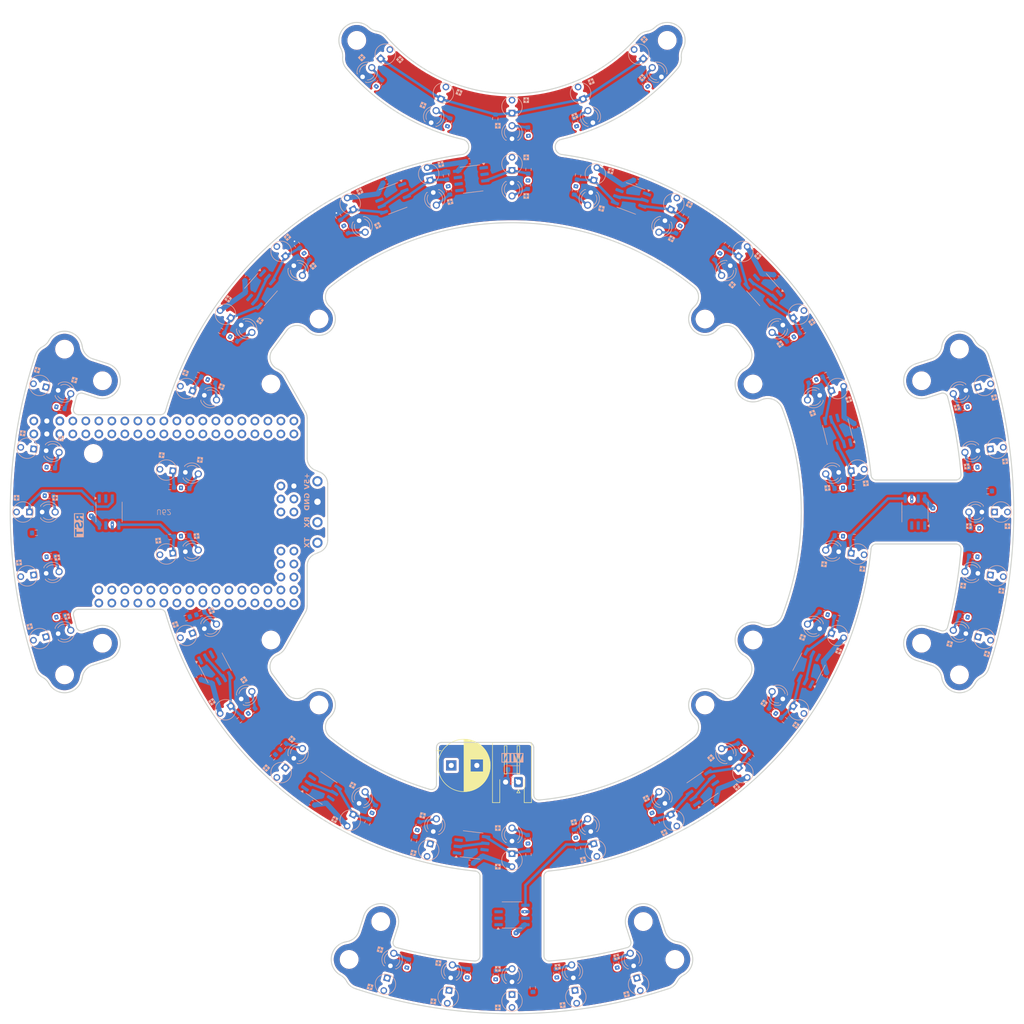
<source format=kicad_pcb>
(kicad_pcb (version 20240108) (generator "pcbnew") (generator_version "8.0")
  (layers (0 "F.Cu" signal) (1 "In1.Cu" signal) (2 "In2.Cu" signal) (31 "B.Cu" signal) (34 "B.Paste" user) (35 "F.Paste" user) (36 "B.SilkS" user "B.Silkscreen") (37 "F.SilkS" user "F.Silkscreen") (38 "B.Mask" user) (39 "F.Mask" user) (44 "Edge.Cuts" user))
  (net 0 "")
  (net 1 "+5V")
  (net 2 "GND")
  (net 3 "RESET")
  (net 6 "Net-(D1-A)")
  (net 7 "Net-(D2-A)")
  (net 8 "Net-(D3-A)")
  (net 9 "Net-(D4-A)")
  (net 10 "Net-(D5-A)")
  (net 11 "Net-(D6-A)")
  (net 12 "Net-(D7-A)")
  (net 13 "Net-(D8-A)")
  (net 14 "Net-(D9-A)")
  (net 15 "Net-(D10-A)")
  (net 16 "Net-(D11-A)")
  (net 17 "Net-(D12-A)")
  (net 18 "Net-(D13-A)")
  (net 19 "Net-(D14-A)")
  (net 20 "Net-(D15-A)")
  (net 21 "Net-(D16-A)")
  (net 22 "Net-(D17-A)")
  (net 23 "Net-(D18-A)")
  (net 24 "Net-(D19-A)")
  (net 25 "Net-(D20-A)")
  (net 26 "Net-(D21-A)")
  (net 27 "Net-(D22-A)")
  (net 28 "Net-(D23-A)")
  (net 29 "Net-(D24-A)")
  (net 30 "Net-(D25-A)")
  (net 31 "Net-(D26-A)")
  (net 32 "Net-(D27-A)")
  (net 33 "Net-(D28-A)")
  (net 34 "Net-(D29-A)")
  (net 35 "Net-(D30-A)")
  (net 36 "Net-(D31-A)")
  (net 37 "Net-(D32-A)")
  (net 38 "Net-(D33-A)")
  (net 39 "Net-(D34-A)")
  (net 40 "Net-(D35-A)")
  (net 41 "Net-(D36-A)")
  (net 42 "Net-(D37-A)")
  (net 43 "Net-(D38-A)")
  (net 44 "Net-(D39-A)")
  (net 45 "Net-(D40-A)")
  (net 46 "Net-(D41-A)")
  (net 47 "Net-(D42-A)")
  (net 48 "Net-(D43-A)")
  (net 49 "Net-(D44-A)")
  (net 50 "Net-(D45-A)")
  (net 51 "Net-(D46-A)")
  (net 52 "Net-(D48-A)")
  (net 53 "PWM")
  (net 54 "PWM2")
  (net 55 "Net-(J2-Pin_3)")
  (net 56 "RX")
  (net 57 "TX")
  (net 58 "Net-(J2-Pin_4)")
  (net 59 "Line01")
  (net 60 "Line02")
  (net 61 "Line03")
  (net 62 "Line04")
  (net 63 "Line05")
  (net 64 "Line06")
  (net 65 "Line07")
  (net 66 "Line08")
  (net 67 "Line09")
  (net 68 "Line10")
  (net 69 "Line11")
  (net 70 "Line12")
  (net 71 "Line13")
  (net 72 "Line14")
  (net 73 "Line15")
  (net 74 "Line16")
  (net 75 "Line17")
  (net 76 "Line18")
  (net 77 "Line19")
  (net 78 "Line20")
  (net 79 "Line21")
  (net 80 "Line22")
  (net 81 "Line23")
  (net 82 "Line24")
  (net 83 "Line25")
  (net 84 "Line26")
  (net 85 "Line-F")
  (net 86 "Line-L")
  (net 87 "Line-B")
  (net 88 "Line-R")
  (net 91 "LED_BUILTIN")
  (net 92 "Th")
  (net 93 "02")
  (net 94 "01")
  (net 95 "04")
  (net 96 "03")
  (net 97 "05")
  (net 98 "06")
  (net 99 "07")
  (net 100 "08")
  (net 101 "10")
  (net 102 "09")
  (net 103 "11")
  (net 104 "12")
  (net 105 "14")
  (net 106 "13")
  (net 107 "16")
  (net 108 "15")
  (net 109 "18")
  (net 110 "17")
  (net 111 "19")
  (net 112 "20")
  (net 113 "21")
  (net 114 "22")
  (net 115 "24")
  (net 116 "23")
  (net 117 "25")
  (net 118 "26")
  (net 119 "Th2")
  (net 120 "F")
  (net 121 "L")
  (net 122 "R")
  (net 123 "B")
  (net 137 "unconnected-(U62-PadD7)")
  (footprint "Capacitor_THT:CP_Radial_D10.0mm_P5.00mm" (layer "F.Cu") (at -11.867677 49.5)
    (property "Reference" "C20" (hide yes))
    (property "Value" "1000uF")
  )
  (footprint "MountingHole:MountingHole_3.2mm_M3" (layer "F.Cu") (at -47.070669 -24.999019)
    (property "Reference" "REF**" (hide yes))
    (property "Value" "MountingHole_3.2mm_M3")
  )
  (footprint "MountingHole:MountingHole_3.2mm_M3" (layer "F.Cu") (at 79.994425 -25.636949)
    (property "Reference" "REF**" (hide yes))
    (property "Value" "MountingHole_3.2mm_M3")
  )
  (footprint "@2024TOINIOT2-Line:ATmega2560Pro Board THT" (layer "F.Cu") (at -67.997521 0.000879 180)
    (property "Reference" "U62")
    (property "Value" "ATmega2560 Pro Board")
  )
  (footprint "MountingHole:MountingHole_3.2mm_M3" (layer "F.Cu") (at 47.075818 25.000968)
    (property "Reference" "REF**" (hide yes))
    (property "Value" "MountingHole_3.2mm_M3")
  )
  (footprint "MountingHole:MountingHole_3.2mm_M3" (layer "F.Cu") (at 87.393986 31.808854)
    (property "Reference" "REF**" (hide yes))
    (property "Value" "MountingHole_3.2mm_M3")
  )
  (footprint "MountingHole:MountingHole_3.2mm_M3" (layer "F.Cu") (at 87.393986 -31.806892)
    (property "Reference" "REF**" (hide yes))
    (property "Value" "MountingHole_3.2mm_M3")
  )
  (footprint "MountingHole:MountingHole_3.2mm_M3" (layer "F.Cu") (at -47.070669 25.000981)
    (property "Reference" "REF**" (hide yes))
    (property "Value" "MountingHole_3.2mm_M3")
  )
  (footprint "MountingHole:MountingHole_3.2mm_M3" (layer "F.Cu") (at -79.989281 25.638911)
    (property "Reference" "REF**" (hide yes))
    (property "Value" "MountingHole_3.2mm_M3")
  )
  (footprint "MountingHole:MountingHole_3.2mm_M3" (layer "F.Cu") (at -87.388842 -31.806892)
    (property "Reference" "REF**" (hide yes))
    (property "Value" "MountingHole_3.2mm_M3")
  )
  (footprint "MountingHole:MountingHole_3.2mm_M3" (layer "F.Cu") (at 25.640502 79.992834)
    (property "Reference" "REF**" (hide yes))
    (property "Value" "MountingHole_3.2mm_M3")
  )
  (footprint "MountingHole:MountingHole_3.2mm_M3" (layer "F.Cu") (at 31.810445 87.392395)
    (property "Reference" "REF**" (hide yes))
    (property "Value" "MountingHole_3.2mm_M3")
  )
  (footprint "Connector_JST:JST_XH_S2B-XH-A-1_1x02_P2.50mm_Horizontal" (layer "F.Cu") (at 1.25 52.75 180)
    (property "Reference" "J1" (hide yes))
    (property "Value" "VIN")
  )
  (footprint "MountingHole:MountingHole_3.2mm_M3" (layer "F.Cu") (at 30.316322 -92.112824)
    (property "Reference" "REF**" (hide yes))
    (property "Value" "MountingHole_3.2mm_M3")
  )
  (footprint "MountingHole:MountingHole_3.2mm_M3" (layer "F.Cu") (at 79.994425 25.638911)
    (property "Reference" "REF**" (hide yes))
    (property "Value" "MountingHole_3.2mm_M3")
  )
  (footprint "MountingHole:MountingHole_3.2mm_M3" (layer "F.Cu") (at -87.388828 31.808881)
    (property "Reference" "REF**" (hide yes))
    (property "Value" "MountingHole_3.2mm_M3")
  )
  (footprint "@2024TOINIOT2-Line:Connector-MD" (layer "F.Cu") (at -37.997528 0.000877 -90)
    (property "Reference" "J2" (hide yes))
    (property "Value" "Conn_MD")
  )
  (footprint "MountingHole:MountingHole_3.2mm_M3" (layer "F.Cu") (at -37.686219 37.689772)
    (property "Reference" "REF**" (hide yes))
    (property "Value" "MountingHole_3.2mm_M3")
  )
  (footprint "MountingHole:MountingHole_3.2mm_M3" (layer "F.Cu") (at -79.989281 -25.636949)
    (property "Reference" "REF**" (hide yes))
    (property "Value" "MountingHole_3.2mm_M3")
  )
  (footprint "MountingHole:MountingHole_3.2mm_M3" (layer "F.Cu") (at -25.635358 79.992831)
    (property "Reference" "REF**" (hide yes))
    (property "Value" "MountingHole_3.2mm_M3")
  )
  (footprint "MountingHole:MountingHole_3.2mm_M3" (layer "F.Cu") (at -30.311177 -92.112824)
    (property "Reference" "REF**" (hide yes))
    (property "Value" "MountingHole_3.2mm_M3")
  )
  (footprint "MountingHole:MountingHole_3.2mm_M3" (layer "F.Cu") (at 37.691364 -37.687811)
    (property "Reference" "REF**" (hide yes))
    (property "Value" "MountingHole_3.2mm_M3")
  )
  (footprint "MountingHole:MountingHole_3.2mm_M3" (layer "F.Cu") (at -31.805301 87.392395)
    (property "Reference" "REF**" (hide yes))
    (property "Value" "MountingHole_3.2mm_M3")
  )
  (footprint "MountingHole:MountingHole_3.2mm_M3" (layer "F.Cu") (at -81.767428 -11.429019)
    (property "Reference" "REF**" (hide yes))
    (property "Value" "MountingHole_3.2mm_M3")
  )
  (footprint "MountingHole:MountingHole_3.2mm_M3" (layer "F.Cu") (at 37.691363 37.689772)
    (property "Reference" "REF**" (hide yes))
    (property "Value" "MountingHole_3.2mm_M3")
  )
  (footprint "MountingHole:MountingHole_3.2mm_M3" (layer "F.Cu") (at -37.68622 -37.687811)
    (property "Reference" "REF**" (hide yes))
    (property "Value" "MountingHole_3.2mm_M3")
  )
  (footprint "MountingHole:MountingHole_3.2mm_M3" (layer "F.Cu") (at 47.075813 -24.999019)
    (property "Reference" "REF**" (hide yes))
    (property "Value" "MountingHole_3.2mm_M3")
  )
  (footprint "@2024TOINIOT2-Line:NJL7502L" (layer "B.Cu") (at 92.24837 24.718096 165)
    (property "Reference" "U42" (hide yes))
    (property "Value" "~")
  )
  (footprint "@2024TOINIOT2-Line:NJL7502L" (layer "B.Cu") (at -13.391465 -81.83478 -112.5)
    (property "Reference" "U30" (hide yes))
    (property "Value" "~")
  )
  (footprint "Resistor_SMD:R_0603_1608Metric" (layer "B.Cu") (at 32.432922 -55.173978 -120.446)
    (property "Reference" "R55" (hide yes))
    (property "Value" "75")
  )
  (footprint "@2024TOINIOT2-Line:NJL7502L" (layer "B.Cu") (at 92.24837 -24.716342 -165)
    (property "Reference" "U46" (hide yes))
    (property "Value" "~")
  )
  (footprint "@2024TOINIOT2-Line:NJL7502L" (layer "B.Cu") (at -95.498664 0.000876)
    (property "Reference" "U34" (hide yes))
    (property "Value" "~")
  )
  (footprint "@2024TOINIOT2-Line:LED-3mm" (layer "B.Cu") (at -62.538057 -7.593939 -6.924)
    (property "Reference" "D7" (hide yes))
    (property "Value" "Wh/Rd")
  )
  (footprint "Resistor_SMD:R_0603_1608Metric" (layer "B.Cu") (at 0 52.300006)
    (property "Reference" "R88" (hide yes))
    (property "Value" "330")
  )
  (footprint "@2024TOINIOT2-Line:LED-3mm" (layer "B.Cu") (at 0.00028 63.000878 89.998)
    (property "Reference" "D14" (hide yes))
    (property "Value" "Wh/Rd")
  )
  (footprint "@2024TOINIOT2-Line:LED-3mm" (layer "B.Cu") (at 0.002454 90.500877 90)
    (property "Reference" "D39" (hide yes))
    (property "Value" "Wh/Rd")
  )
  (footprint "Resistor_SMD:R_0603_1608Metric" (layer "B.Cu") (at -66.820006 4.875181 -175.828)
    (property "Reference" "R8" (hide yes))
    (property "Value" "Line-PDWN")
  )
  (footprint "Resistor_SMD:R_0603_1608Metric" (layer "B.Cu") (at 12.317283 62.804897 101.094)
    (property "Reference" "R45" (hide yes))
    (property "Value" "75")
  )
  (footprint "@2024TOINIOT2-Line:NJL7502L" (layer "B.Cu") (at 94.685438 -12.464375 -172.5)
    (property "Reference" "U45" (hide yes))
    (property "Value" "~")
  )
  (footprint "@2024TOINIOT2-Line:LED-3mm" (layer "B.Cu") (at 90.502454 0.000877 180)
    (property "Reference" "D44" (hide yes))
    (property "Value" "Wh/Rd")
  )
  (footprint "Package_SO:SOP-8_3.9x4.9mm_P1.27mm" (layer "B.Cu") (at -7.894856 65.023045 -6.925)
    (property "Reference" "U54" (hide yes))
    (property "Value" "LM393")
  )
  (footprint "Capacitor_SMD:C_0603_1608Metric" (layer "B.Cu") (at -61.094719 32.065383 -62.309)
    (property "Reference" "C5" (hide yes))
    (property "Value" "100nF")
  )
  (footprint "Resistor_SMD:R_0603_1608Metric" (layer "B.Cu") (at -19.136425 64.209158 -106.598)
    (property "Reference" "R13" (hide yes))
    (property "Value" "Line-PDWN")
  )
  (footprint "Capacitor_SMD:C_0603_1608Metric" (layer "B.Cu") (at -39.19559 56.785661 -34.617)
    (property "Reference" "C6" (hide yes))
    (property "Value" "100nF")
  )
  (footprint "@2024TOINIOT2-Line:LED-3mm" (layer "B.Cu") (at -23.42067 87.417164 75)
    (property "Reference" "D37" (hide yes))
    (property "Value" "Wh/Rd")
  )
  (footprint "@2024TOINIOT2-Line:NJL7502L" (layer "B.Cu") (at -24.746283 -89.421827 -135)
    (property "Reference" "U31" (hide yes))
    (property "Value" "~")
  )
  (footprint "Resistor_SMD:R_0603_1608Metric" (layer "B.Cu") (at 28.254273 60.753117 -65.06)
    (property "Reference" "R16" (hide yes))
    (property "Value" "Line-PDWN")
  )
  (footprint "Resistor_SMD:R_0603_1608Metric" (layer "B.Cu") (at -90.442415 -3.157535 -2)
    (property "Reference" "R64" (hide yes))
    (property "Value" "75")
  )
  (footprint "Resistor_SMD:R_0603_1608Metric" (layer "B.Cu") (at 90.085811 -8.673171 -174.5)
    (property "Reference" "R75" (hide yes))
    (property "Value" "75")
  )
  (footprint "Resistor_SMD:R_0603_1608Metric" (layer "B.Cu") (at 12.901425 -65.745731 78.9)
    (property "Reference" "R26" (hide yes))
    (property "Value" "Line-PDWN")
  )
  (footprint "Resistor_SMD:R_0603_1608Metric" (layer "B.Cu") (at 66.825084 -4.871094 4.17)
    (property "Reference" "R21" (hide yes))
    (property "Value" "Line-PDWN")
  )
  (footprint "@2024TOINIOT2-Line:LED-3mm" (layer "B.Cu") (at -90.498664 0.000876)
    (property "Reference" "D34" (hide yes))
    (property "Value" "Wh/Rd")
  )
  (footprint "Package_SO:SOP-8_3.9x4.9mm_P1.27mm" (layer "B.Cu") (at -23.223894 -61.242778 -159.231)
    (property "Reference" "U48" (hide yes))
    (property "Value" "LM393")
  )
  (footprint "@2024TOINIOT2-Line:LED-3mm" (layer "B.Cu") (at 51.848828 35.791324 145.382)
    (property "Reference" "D18" (hide yes))
    (property "Value" "Wh/Rd")
  )
  (footprint "Resistor_SMD:R_0603_1608Metric" (layer "B.Cu") (at -32.424162 -55.176242 -59.558)
    (property "Reference" "R33" (hide yes))
    (property "Value" "75")
  )
  (footprint "@2024TOINIOT2-Line:LED-3mm" (layer "B.Cu") (at -15.304883 -77.215382 67.5)
    (property "Reference" "D30" (hide yes))
    (property "Value" "Wh/Rd")
  )
  (footprint "Resistor_SMD:R_0603_1608Metric" (layer "B.Cu") (at -26.988409 58.030983 65.056)
    (property "Reference" "R42" (hide yes))
    (property "Value" "75")
  )
  (footprint "@2024TOINIOT2-Line:NJL7502L" (layer "B.Cu") (at -45.089451 -50.898215 -48.462)
    (property "Reference" "U4" (hide yes))
    (property "Value" "~")
  )
  (footprint "Resistor_SMD:R_0603_1608Metric" (layer "B.Cu") (at -41.969064 -52.223558 128.788)
    (property "Reference" "R4" (hide yes))
    (property "Value" "Line-PDWN")
  )
  (footprint "Package_SO:SOP-8_3.9x4.9mm_P1.27mm" (layer "B.Cu") (at -78.702918 0.000879 -90)
    (property "Reference" "U51" (hide yes))
    (property "Value" "LM393")
  )
  (footprint "@2024TOINIOT2-Line:LED-3mm" (layer "B.Cu") (at -15.076378 61.169727 76.152)
    (property "Reference" "D13" (hide yes))
    (property "Value" "Wh/Rd")
  )
  (footprint "Resistor_SMD:R_0603_1608Metric" (layer "B.Cu") (at -3.155948 90.445739 88)
    (property "Reference" "R69" (hide yes))
    (property "Value" "75")
  )
  (footprint "Resistor_SMD:R_0603_1608Metric" (layer "B.Cu") (at 54.359059 -33.783133 -148.138)
    (property "Reference" "R53" (hide yes))
    (property "Value" "75")
  )
  (footprint "LED_SMD:LED_0603_1608Metric" (layer "B.Cu") (at 0 50.300006 180)
    (property "Reference" "D48" (hide yes))
    (property "Value" "PWR")
  )
  (footprint "Package_SO:SOP-8_3.9x4.9mm_P1.27mm" (layer "B.Cu") (at -49.024567 -43.434116 -131.539)
    (property "Reference" "U49" (hide yes))
    (property "Value" "LM393")
  )
  (footprint "Resistor_SMD:R_0603_1608Metric" (layer "B.Cu") (at -88.178037 -20.3572 -13)
    (property "Reference" "R62" (hide yes))
    (property "Value" "75")
  )
  (footprint "Capacitor_SMD:C_0603_1608Metric" (layer "B.Cu") (at -82.165251 -0.010999 -90)
    (property "Reference" "C4" (hide yes))
    (property "Value" "100nF")
  )
  (footprint "@2024TOINIOT2-Line:LED-3mm" (layer "B.Cu") (at -89.723306 -11.811744 -7.5)
    (property "Reference" "D33" (hide yes))
    (property "Value" "Wh/Rd")
  )
  (footprint "@2024TOINIOT2-Line:NJL7502L" (layer "B.Cu") (at -92.243462 -24.716342 -15)
    (property "Reference" "U32" (hide yes))
    (property "Value" "~")
  )
  (footprint "@2024TOINIOT2-Line:NJL7502L" (layer "B.Cu") (at -55.960008 -38.628124 -34.616)
    (property "Reference" "U5" (hide yes))
    (property "Value" "~")
  )
  (footprint "@2024TOINIOT2-Line:LED-3mm" (layer "B.Cu") (at 62.543545 -7.589573 -173.08)
    (property "Reference" "D21" (hide yes))
    (property "Value" "Wh/Rd")
  )
  (footprint "Resistor_SMD:R_0603_1608Metric" (layer "B.Cu") (at -25.975486 -83.754317 49.5)
    (property "Reference" "R61" (hide yes))
    (property "Value" "75")
  )
  (footprint "@2024TOINIOT2-Line:LED-3mm" (layer "B.Cu") (at -29.276728 55.783743 62.306)
    (property "Reference" "D12" (hide yes))
    (property "Value" "Wh/Rd")
  )
  (footprint "@2024TOINIOT2-Line:NJL7502L" (layer "B.Cu") (at 24.751191 -89.421827 -45)
    (property "Reference" "U27" (hide yes))
    (property "Value" "~")
  )
  (footprint "@2024TOINIOT2-Line:LED-3mm" (layer "B.Cu") (at 87.418741 -23.422247 -165)
    (property "Reference" "D46" (hide yes))
    (property "Value" "Wh/Rd")
  )
  (footprint "Resistor_SMD:R_0603_1608Metric" (layer "B.Cu") (at -12.358244 -76.128296 72)
    (property "Reference" "R60" (hide yes))
    (property "Value" "75")
  )
  (footprint "@2024TOINIOT2-Line:LED-3mm" (layer "B.Cu") (at 15.309792 -77.215382 112.5)
    (property "Reference" "D28" (hide yes))
    (property "Value" "Wh/Rd")
  )
  (footprint "@2024TOINIOT2-Line:LED-3mm" (layer "B.Cu") (at 28.286725 -85.886293 135)
    (property "Reference" "D27" (hide yes))
    (property "Value" "Wh/Rd")
  )
  (footprint "Capacitor_SMD:C_0603_1608Metric" (layer "B.Cu") (at 0.00247 82.201479)
    (property "Reference" "C14" (hide yes))
    (property "Value" "100nF")
  )
  (footprint "@2024TOINIOT2-Line:LED-3mm" (layer "B.Cu") (at 87.418741 23.424001 165)
    (property "Reference" "D42" (hide yes))
    (property "Value" "Wh/Rd")
  )
  (footprint "Capacitor_SMD:C_0603_1608Metric" (layer "B.Cu") (at 24.47446 -64.513632 159.227)
    (property "Reference" "C12" (hide yes))
    (property "Value" "100nF")
  )
  (footprint "Package_SO:SOP-8_3.9x4.9mm_P1.27mm" (layer "B.Cu") (at 63.600031 -15.670796 103.843)
    (property "Reference" "U59" (hide yes))
    (property "Value" "LM393")
  )
  (footprint "Resistor_SMD:R_0603_1608Metric" (layer "B.Cu") (at 50.866691 38.844529 142.632)
    (property "Reference" "R48" (hide yes))
    (property "Value" "75")
  )
  (footprint "Resistor_SMD:R_0603_1608Metric" (layer "B.Cu") (at 88.182948 -20.357201 -167)
    (property "Reference" "R76" (hide yes))
    (property "Value" "75")
  )
  (footprint "Package_SO:SOP-8_3.9x4.9mm_P1.27mm" (layer "B.Cu") (at 57.998418 30.442972 62.305)
    (property "Reference" "U57" (hide yes))
    (property "Value" "LM393")
  )
  (footprint "@2024TOINIOT2-Line:LED-3mm" (layer "B.Cu") (at 58.907422 22.343833 159.228)
    (property "Reference" "D19" (hide yes))
    (property "Value" "Wh/Rd")
  )
  (footprint "@2024TOINIOT2-Line:LED-3mm" (layer "B.Cu") (at 23.425578 87.417164 105)
    (property "Reference" "D41" (hide yes))
    (property "Value" "Wh/Rd")
  )
  (footprint "@2024TOINIOT2-Line:LED-3mm" (layer "B.Cu") (at 41.782118 -47.152718 -131.542)
    (property "Reference" "D24" (hide yes))
    (property "Value" "Wh/Rd")
  )
  (footprint "Resistor_SMD:R_0603_1608Metric" (layer "B.Cu") (at 46.784559 47.963722 -45.714)
    (property "Reference" "R17" (hide yes))
    (property "Value" "Line-PDWN")
  )
  (footprint "@2024TOINIOT2-Line:NJL7502L" (layer "B.Cu") (at -92.243463 24.718096 15)
    (property "Reference" "U36" (hide yes))
    (property "Value" "~")
  )
  (footprint "@2024TOINIOT2-Line:NJL7502L" (layer "B.Cu") (at -63.579143 24.112645 20.768)
    (property "Reference" "U9" (hide yes))
    (property "Value" "~")
  )
  (footprint "Resistor_SMD:R_0603_1608Metric" (layer "B.Cu") (at -90.080901 8.674909 5.5)
    (property "Reference" "R65" (hide yes))
    (property "Value" "75")
  )
  (footprint "@2024TOINIOT2-Line:NJL7502L" (layer "B.Cu") (at 55.967663 -38.624217 -145.388)
    (property "Reference" "U23" (hide yes))
    (property "Value" "~")
  )
  (footprint "@2024TOINIOT2-Line:NJL7502L" (layer "B.Cu") (at -16.270808 -66.023208 -76.154)
    (property "Reference" "U2" (hide yes))
    (property "Value" "~")
  )
  (footprint "@2024TOINIOT2-Line:LED-3mm" (layer "B.Cu") (at 29.277792 55.785787 117.69)
    (property "Reference" "D16" (hide yes))
    (property "Value" "Wh/Rd")
  )
  (footprint "Resistor_SMD:R_0603_1608Metric" (layer "B.Cu") (at -53.248883 40.661607 -142.636)
    (property "Reference" "R10" (hide yes))
    (property "Value" "Line-PDWN")
  )
  (footprint "Resistor_SMD:R_0603_1608Metric" (layer "B.Cu") (at 40.098133 -49.882351 -128.792)
    (property "Reference" "R54" (hide yes))
    (property "Value" "75")
  )
  (footprint "Package_SO:SOP-8_3.9x4.9mm_P1.27mm" (layer "B.Cu") (at 0.00247 78.70629)
    (property "Reference" "U55" (hide yes))
    (property "Value" "LM393")
  )
  (footprint "Resistor_SMD:R_0603_1608Metric" (layer "B.Cu") (at -3.267 -76.813139 -95)
    (property "Reference" "R27" (hide yes))
    (property "Value" "Line-PDWN2")
  )
  (footprint "Resistor_SMD:R_0603_1608Metric" (layer "B.Cu") (at 61.438015 -26.732467 23.516)
    (property "Reference" "R22" (hide yes))
    (property "Value" "Line-PDWN")
  )
  (footprint "@2024TOINIOT2-Line:NJL7502L" (layer "B.Cu") (at 0.002479 -67.999121 -90)
    (property "Reference" "U1" (hide yes))
    (property "Value" "~")
  )
  (footprint "@2024TOINIOT2-Line:NJL7502L" (layer "B.Cu") (at -45.091228 50.898399 48.46)
    (property "Reference" "U11" (hide yes))
    (property "Value" "~")
  )
  (footprint "Resistor_SMD:R_0603_1608Metric" (layer "B.Cu") (at -20.355615 88.181362 77)
    (property "Reference" "R67" (hide yes))
    (property "Value" "75")
  )
  (footprint "Resistor_SMD:R_0603_1608Metric" (layer "B.Cu") (at 25.980361 -83.75432 130.5)
    (property "Reference" "R57" (hide yes))
    (property "Value" "75")
  )
  (footprint "@2024TOINIOT2-Line:LED-3mm" (layer "B.Cu") (at 62.54275 7.59788 173.074)
    (property "Reference" "D20" (hide yes))
    (property "Value" "Wh/Rd")
  )
  (footprint "@2024TOINIOT2-Line:LED-3mm" (layer "B.Cu") (at 15.083471 -61.167443 -103.85)
    (property "Reference" "D26" (hide yes))
    (property "Value" "Wh/Rd")
  )
  (footprint "@2024TOINIOT2-Line:LED-3mm" (layer "B.Cu") (at 89.728213 -11.811744 -172.5)
    (property "Reference" "D45" (hide yes))
    (property "Value" "Wh/Rd")
  )
  (footprint "@2024TOINIOT2-Line:LED-3mm" (layer "B.Cu") (at -58.904024 22.339721 20.768)
    (property "Reference" "D9" (hide yes))
    (property "Value" "Wh/Rd")
  )
  (footprint "Package_SO:SOP-8_3.9x4.9mm_P1.27mm" (layer "B.Cu") (at 37.208476 53.907871 34.613)
    (property "Reference" "U56" (hide yes))
    (property "Value" "LM393")
  )
  (footprint "Resistor_SMD:R_0603_1608Metric" (layer "B.Cu") (at 63.833026 -4.652946 -175.83)
    (property "Reference" "R51" (hide yes))
    (property "Value" "75")
  )
  (footprint "Package_SO:SOP-8_3.9x4.9mm_P1.27mm" (layer "B.Cu") (at 49.029525 -43.434116 131.539)
    (property "Reference" "U60" (hide yes))
    (property "Value" "LM393")
  )
  (footprint "@2024TOINIOT2-Line:NJL7502L" (layer "B.Cu") (at -31.600475 60.210955 62.306)
    (property "Reference" "U12" (hide yes))
    (property "Value" "~")
  )
  (footprint "Resistor_SMD:R_0603_1608Metric" (layer "B.Cu") (at -90.080901 -8.673169 -5.5)
    (property "Reference" "R63" (hide yes))
    (property "Value" "75")
  )
  (footprint "@2024TOINIOT2-Line:NJL7502L" (layer "B.Cu") (at -12.462797 94.683861 82.5)
    (property "Reference" "U38" (hide yes))
    (property "Value" "~")
  )
  (footprint "@2024TOINIOT2-Line:LED-3mm" (layer "B.Cu") (at -62.538322 7.593514 6.922)
    (property "Reference" "D8" (hide yes))
    (property "Value" "Wh/Rd")
  )
  (footprint "Resistor_SMD:R_0603_1608Metric" (layer "B.Cu") (at -8.671585 90.084227 84.5)
    (property "Reference" "R68" (hide yes))
    (property "Value" "75")
  )
  (footprint "@2024TOINIOT2-Line:NJL7502L" (layer "B.Cu") (at -31.598373 -60.2103 -62.308)
    (property "Reference" "U3" (hide yes))
    (property "Value" "~")
  )
  (footprint "Resistor_SMD:R_0603_1608Metric" (layer "B.Cu") (at -12.891927 -65.746631 101.096)
    (property "Reference" "R2" (hide yes))
    (property "Value" "Line-PDWN")
  )
  (footprint "Resistor_SMD:R_0603_1608Metric" (layer "B.Cu") (at -50.864495 38.840977 37.364)
    (property "Reference" "R40" (hide yes))
    (property "Value" "75")
  )
  (footprint "@2024TOINIOT2-Line:NJL7502L" (layer "B.Cu") (at 12.467706 94.683861 97.5)
    (property "Reference" "U40" (hide yes))
    (property "Value" "~")
  )
  (footprint "@2024TOINIOT2-Line:LED-3mm" (layer "B.Cu") (at -28.281817 -85.886293 45)
    (property "Reference" "D31" (hide yes))
    (property "Value" "Wh/Rd")
  )
  (footprint "Resistor_SMD:R_0603_1608Metric" (layer "B.Cu") (at 3.216989 -66.921965 87.25)
    (property "Reference" "R1" (hide yes))
    (property "Value" "Line-PDWN")
  )
  (footprint "Resistor_SMD:R_0603_1608Metric" (layer "B.Cu") (at -66.819835 -4.87576 175.826)
    (property "Reference" "R7" (hide yes))
    (property "Value" "Line-PDWN")
  )
  (footprint "Resistor_SMD:R_0603_1608Metric" (layer "B.Cu") (at -46.783 47.960456 -134.29)
    (property "Reference" "R11" (hide yes))
    (property "Value" "Line-PDWN")
  )
  (footprint "@2024TOINIOT2-Line:NJL7502L" (layer "B.Cu") (at 31.601229 60.213161 117.69)
    (property "Reference" "U16" (hide yes))
    (property "Value" "~")
  )
  (footprint "Resistor_SMD:R_0603_1608Metric" (layer "B.Cu") (at 41.977618 -52.220628 51.208)
    (property "Reference" "R24" (hide yes))
    (property "Value" "Line-PDWN")
  )
  (footprint "@2024TOINIOT2-Line:NJL7502L" (layer "B.Cu") (at -55.961357 38.627929 34.614)
    (property "Reference" "U10" (hide yes))
    (property "Value" "~")
  )
  (footprint "Resistor_SMD:R_0603_1608Metric" (layer "B.Cu") (at -88.178036 20.358939 13)
    (property "Reference" "R66" (hide yes))
    (property "Value" "75")
  )
  (footprint "@2024TOINIOT2-Line:LED-3mm" (layer "B.Cu") (at 58.909761 -22.335907 -159.234)
    (property "Reference" "D22" (hide yes))
    (property "Value" "Wh/Rd")
  )
  (footprint "@2024TOINIOT2-Line:LED-3mm" (layer "B.Cu") (at 41.77718 47.15885 131.536)
    (property "Reference" "D17" (hide yes))
    (property "Value" "Wh/Rd")
  )
  (footprint "Resistor_SMD:R_0603_1608Metric" (layer "B.Cu") (at 12.323859 -62.801853 -101.1)
    (property "Reference" "R56" (hide yes))
    (property "Value" "75")
  )
  (footprint "@2024TOINIOT2-Line:NJL7502L" (layer "B.Cu") (at -24.714765 92.246793 75)
    (property "Reference" "U37" (hide yes))
    (property "Value" "~")
  )
  (footprint "Resistor_SMD:R_0603_1608Metric" (layer "B.Cu") (at 92.912821 -4.055624 -177.5)
    (property "Reference" "R30" (hide yes))
    (property "Value" "Line-PDWN2")
  )
  (footprint "@2024TOINIOT2-Line:LED-3mm" (layer "B.Cu") (at -58.903244 -22.340019 -20.77)
    (property "Reference" "D6" (hide yes))
    (property "Value" "Wh/Rd")
  )
  (footprint "Resistor_SMD:R_0603_1608Metric" (layer "B.Cu") (at -63.711824 20.725032 -161.982)
    (property "Reference" "R9" (hide yes))
    (property "Value" "Line-PDWN")
  )
  (footprint "Resistor_SMD:R_0603_1608Metric" (layer "B.Cu") (at 26.989266 58.032867 114.94)
    (property "Reference" "R46" (hide yes))
    (property "Value" "75")
  )
  (footprint "@2024TOINIOT2-Line:NJL7502L" (layer "B.Cu") (at 67.507122 -8.19199 -173.08)
    (property "Reference" "U21" (hide yes))
    (property "Value" "~")
  )
  (footprint "@2024TOINIOT2-Line:LED-3mm" (layer "B.Cu") (at -89.723306 11.813497 7.5)
    (property "Reference" "D35" (hide yes))
    (property "Value" "Wh/Rd")
  )
  (footprint "@2024TOINIOT2-Line:NJL7502L" (layer "B.Cu") (at -94.680531 -12.464375 -7.5)
    (property "Reference" "U33" (hide yes))
    (property "Value" "~")
  )
  (footprint "Resistor_SMD:R_0603_1608Metric" (layer "B.Cu") (at -63.827955 4.656928 4.172)
    (property "Reference" "R38" (hide yes))
    (property "Value" "75")
  )
  (footprint "Resistor_SMD:R_0603_1608Metric" (layer "B.Cu") (at 88.182946 20.358942 167)
    (property "Reference" "R72" (hide yes))
    (property "Value" "75")
  )
  (footprint "@2024TOINIOT2-Line:LED-3mm" (layer "B.Cu") (at 0.002455 -74.170564 90)
    (property "Reference" "D29" (hide yes))
    (property "Value" "Wh/Rd")
  )
  (footprint "Resistor_SMD:R_0603_1608Metric" (layer "B.Cu") (at 66.824573 4.879845 -4.176)
    (property "Reference" "R20" (hide yes))
    (property "Value" "Line-PDWN")
  )
  (footprint "Resistor_SMD:R_0603_1608Metric" (layer "B.Cu") (at 4.057939 92.912464 92.5)
    (property "Reference" "R29" (hide yes))
    (property "Value" "Line-PDWN2")
  )
  (footprint "Package_SO:SOP-8_3.9x4.9mm_P1.27mm" (layer "B.Cu") (at -37.207282 53.905273 -34.617)
    (property "Reference" "U53" (hide yes))
    (property "Value" "LM393")
  )
  (footprint "Resistor_SMD:R_0603_1608Metric" (layer "B.Cu") (at 3.073054 -63.92542 -92.75)
    (property "Reference" "R31" (hide yes))
    (property "Value" "75")
  )
  (footprint "Capacitor_SMD:C_0603_1608Metric" (layer "B.Cu") (at -8.31446 -68.496044 -173.077)
    (property "Reference" "C1" (hide yes))
    (property "Value" "100nF")
  )
  (footprint "Resistor_SMD:R_0603_1608Metric" (layer "B.Cu") (at 63.832538 4.661384 175.824)
    (property "Reference" "R50" (hide yes))
    (property "Value" "75")
  )
  (footprint "Resistor_SMD:R_0603_1608Metric" (layer "B.Cu") (at -60.858947 19.797085 18.018)
    (property "Reference" "R39" (hide yes))
    (property "Value" "75")
  )
  (footprint "Resistor_SMD:R_0603_1608Metric" (layer "B.Cu") (at 56.907026 -35.366758 31.862)
    (property "Reference" "R23" (hide yes))
    (property "Value" "Line-PDWN")
  )
  (footprint "@2024TOINIOT2-Line:NJL7502L" (layer "B.Cu") (at 0.000106 68.000878 89.998)
    (property "Reference" "U14" (hide yes))
    (property "Value" "~")
  )
  (footprint "Capacitor_SMD:C_0603_1608Metric" (layer "B.Cu") (at 39.196583 56.788397 34.613)
    (property "Reference" "C8" (hide yes))
    (property "Value" "100nF")
  )
  (footprint "@2024TOINIOT2-Line:LED-3mm" (layer "B.Cu") (at -41.775514 47.155934 48.46)
    (property "Reference" "D11" (hide yes))
    (property "Value" "Wh/Rd")
  )
  (footprint "Resistor_SMD:R_0603_1608Metric" (layer "B.Cu") (at 90.085811 8.674911 174.5)
    (property "Reference" "R73" (hide yes))
    (property "Value" "75")
  )
  (footprint "@2024TOINIOT2-Line:NJL7502L" (layer "B.Cu") (at 31.607534 -60.208094 -117.696)
    (property "Reference" "U25" (hide yes))
    (property "Value" "~")
  )
  (footprint "@2024TOINIOT2-Line:LED-3mm" (layer "B.Cu") (at -87.413833 -23.422247 -15)
    (property "Reference" "D32" (hide yes))
    (property "Value" "Wh/Rd")
  )
  (footprint "@2024TOINIOT2-Line:NJL7502L" (layer "B.Cu") (at 0.002455 -79.170564 -90)
    (property "Reference" "U29" (hide yes))
    (property "Value" "~")
  )
  (footprint "@2024TOINIOT2-Line:LED-3mm" (layer "B.Cu") (at 51.852576 -35.784137 -145.388)
    (property "Reference" "D23" (hide yes))
    (property "Value" "Wh/Rd")
  )
  (footprint "@2024TOINIOT2-Line:NJL7502L" (layer "B.Cu") (at 45.097963 -50.895066 -131.542)
    (property "Reference" "U24" (hide yes))
    (property "Value" "~")
  )
  (footprint "@2024TOINIOT2-Line:NJL7502L" (layer "B.Cu") (at 16.273462 66.025534 103.844)
    (property "Reference" "U15" (hide yes))
    (property "Value" "~")
  )
  (footprint "@2024TOINIOT2-Line:NJL7502L" (layer "B.Cu") (at 24.719673 92.246793 105)
    (property "Reference" "U41" (hide yes))
    (property "Value" "~")
  )
  (footprint "@2024TOINIOT2-Line:NJL7502L" (layer "B.Cu") (at 63.584943 -24.108668 -159.234)
    (property "Reference" "U22" (hide yes))
    (property "Value" "~")
  )
  (footprint "Resistor_SMD:R_0603_1608Metric" (layer "B.Cu") (at 20.360526 88.181361 103)
    (property "Reference" "R71" (hide yes))
    (property "Value" "75")
  )
  (footprint "Resistor_SMD:R_0603_1608Metric" (layer "B.Cu") (at 8.676497 90.084225 95.5)
    (property "Reference" "R70" (hide yes))
    (property "Value" "75")
  )
  (footprint "@2024TOINIOT2-Line:NJL7502L" (layer "B.Cu") (at 63.582417 24.117084 159.228)
    (property "Reference" "U19" (hide yes))
    (property "Value" "~")
  )
  (footprint "Resistor_SMD:R_0603_1608Metric" (layer "B.Cu") (at 53.250953 40.665324 -37.368)
    (property "Reference" "R18" (hide yes))
    (property "Value" "Line-PDWN")
  )
  (footprint "Resistor_SMD:R_0603_1608Metric" (layer "B.Cu") (at -61.431241 -26.736756 156.48)
    (property "Reference" "R6" (hide yes))
    (property "Value" "Line-PDWN")
  )
  (footprint "Resistor_SMD:R_0603_1608Metric" (layer "B.Cu") (at -18.27946 61.334159 73.402)
    (property "Reference" "R43" (hide yes))
    (property "Value" "75")
  )
  (footprint "Package_SO:SOP-8_3.9x4.9mm_P1.27mm" (layer "B.Cu") (at -7.892586 -65.021563 -173.077)
    (property "Reference" "U47" (hide yes))
    (property "Value" "LM393")
  )
  (footprint "Resistor_SMD:R_0603_1608Metric" (layer "B.Cu") (at -33.944159 -57.762669 120.442)
    (property "Reference" "R3" (hide yes))
    (property "Value" "Line-PDWN")
  )
  (footprint "Resistor_SMD:R_0603_1608Metric" (layer "B.Cu") (at -40.089743 -49.88515 -51.212)
    (property "Reference" "R34" (hide yes))
    (property "Value" "75")
  )
  (footprint "@2024TOINIOT2-Line:LED-3mm" (layer "B.Cu") (at -15.074243 -61.168495 -76.154)
    (property "Reference" "D2" (hide yes))
    (property "Value" "Wh/Rd")
  )
  (footprint "Capacitor_SMD:C_0603_1608Metric" (layer "B.Cu") (at 82.201936 0.000879 90)
    (property "Reference" "C15" (hide yes))
    (property "Value" "100nF")
  )
  (footprint "@2024TOINIOT2-Line:LED-3mm" (layer "B.Cu") (at -51.846369 35.787705 34.614)
    (property "Reference" "D10" (hide yes))
    (property "Value" "Wh/Rd")
  )
  (footprint "@2024TOINIOT2-Line:NJL7502L" (layer "B.Cu") (at 94.685438 12.466128 172.5)
    (property "Reference" "U43" (hide yes))
    (property "Value" "~")
  )
  (footprint "Capacitor_SMD:C_0603_1608Metric" (layer "B.Cu") (at 61.097438 32.069649 62.305)
    (property "Reference" "C9" (hide yes))
    (property "Value" "100nF")
  )
  (footprint "Capacitor_SMD:C_0603_1608Metric" (layer "B.Cu") (at -51.644333 -45.75507 -131.539)
    (property "Reference" "C3" (hide yes))
    (property "Value" "100nF")
  )
  (footprint "@2024TOINIOT2-Line:NJL7502L" (layer "B.Cu") (at 67.506264 8.200817 173.074)
    (property "Reference" "U20" (hide yes))
    (property "Value" "~")
  )
  (footprint "@2024TOINIOT2-Line:LED-3mm" (layer "B.Cu") (at 0.002479 -62.999121 -90)
    (property "Reference" "D1" (hide yes))
    (property "Value" "Wh/Rd")
  )
  (footprint "@2024TOINIOT2-Line:NJL7502L" (layer "B.Cu") (at 55.963618 38.631836 145.382)
    (property "Reference" "U18" (hide yes))
    (property "Value" "~")
  )
  (footprint "@2024TOINIOT2-Line:LED-3mm" (layer "B.Cu") (at 11.815075 89.726636 97.5)
    (property "Reference" "D40" (hide yes))
    (property "Value" "Wh/Rd")
  )
  (footprint "@2024TOINIOT2-Line:LED-3mm" (layer "B.Cu") (at -41.773868 -47.155634 -48.462)
    (property "Reference" "D4" (hide yes))
    (property "Value" "Wh/Rd")
  )
  (footprint "Capacitor_SMD:C_0603_1608Metric" (layer "B.Cu") (at 66.998373 -16.508214 103.843)
    (property "Reference" "C10" (hide yes))
    (property "Value" "100nF")
  )
  (footprint "@2024TOINIOT2-Line:NJL7502L" (layer "B.Cu") (at 45.092633 50.901547 131.536)
    (property "Reference" "U17" (hide yes))
    (property "Value" "~")
  )
  (footprint "@2024TOINIOT2-Line:NJL7502L" (layer "B.Cu") (at 0.002454 95.500877 90)
    (property "Reference" "U39" (hide yes))
    (property "Value" "~")
  )
  (footprint "Resistor_SMD:R_0603_1608Metric" (layer "B.Cu") (at 3.214653 66.92383 -87.252)
    (property "Reference" "R14" (hide yes))
    (property "Value" "Line-PDWN")
  )
  (footprint "@2024TOINIOT2-Line:NJL7502L" (layer "B.Cu") (at -67.501592 -8.196702 -6.924)
    (property "Reference" "U7" (hide yes))
    (property "Value" "~")
  )
  (footprint "@2024TOINIOT2-Line:NJL7502L" (layer "B.Cu") (at -94.680531 12.466127 7.5)
    (property "Reference" "U35" (hide yes))
    (property "Value" "~")
  )
  (footprint "@2024TOINIOT2-Line:NJL7502L" (layer "B.Cu") (at -63.578301 -24.113106 -20.77)
    (property "Reference" "U6" (hide yes))
    (property "Value" "~")
  )
  (footprint "@2024TOINIOT2-Line:LED-3mm" (layer "B.Cu") (at -87.413834 23.424 15)
    (property "Reference" "D36" (hide yes))
    (property "Value" "Wh/Rd")
  )
  (footprint "@2024TOINIOT2-Line:LED-3mm" (layer "B.Cu") (at -29.274781 -55.783007 -62.308)
    (property "Reference" "D3" (hide yes))
    (property "Value" "Wh/Rd")
  )
  (footprint "Resistor_SMD:R_0603_1608Metric" (layer "B.Cu") (at 12.894541 65.748835 -78.906)
    (property "Reference" "R15" (hide yes))
    (property "Value" "Line-PDWN")
  )
  (footprint "Resistor_SMD:R_0603_1608Metric" (layer "B.Cu") (at -54.351794 -33.786927 -31.866)
    (property "Reference" "R35" (hide yes))
    (property "Value" "75")
  )
  (footprint "Resistor_SMD:R_0603_1608Metric" (layer "B.Cu") (at 44.689839 45.816132 134.286)
    (property "Reference" "R47" (hide yes))
    (property "Value" "75")
  )
  (footprint "@2024TOINIOT2-Line:NJL7502L" (layer "B.Cu") (at 13.396374 -81.83478 -67.5)
    (property "Reference" "U28" (hide yes))
    (property "Value" "~")
  )
  (footprint "Capacitor_SMD:C_0603_1608Metric" (layer "B.Cu") (at -24.464998 -64.51534 -159.231)
    (property "Reference" "C2" (hide yes))
    (property "Value" "100nF")
  )
  (footprint "Resistor_SMD:R_0603_1608Metric" (layer "B.Cu") (at 60.862472 19.801334 161.978)
    (property "Reference" "R49" (hide yes))
    (property "Value" "75")
  )
  (footprint "Capacitor_SMD:C_0603_1608Metric" (layer "B.Cu") (at -8.316851 68.497512 -6.925)
    (property "Reference" "C7" (hide yes))
    (property "Value" "100nF")
  )
  (footprint "Resistor_SMD:R_0603_1608Metric" (layer "B.Cu") (at 58.68717 -25.535452 -156.484)
    (property "Reference" "R52" (hide yes))
    (property "Value" "75")
  )
  (footprint "@2024TOINIOT2-Line:LED-3mm" (layer "B.Cu") (at 89.728213 11.813497 172.5)
    (property "Reference" "D43" (hide yes))
    (property "Value" "Wh/Rd")
  )
  (footprint "Resistor_SMD:R_0603_1608Metric" (layer "B.Cu") (at -63.827792 -4.657403 -4.174)
    (property "Reference" "R37" (hide yes))
    (property "Value" "75")
  )
  (footprint "Resistor_SMD:R_0603_1608Metric" (layer "B.Cu") (at -12.314567 -62.802713 -78.904)
    (property "Reference" "R32" (hide yes))
    (property "Value" "75")
  )
  (footprint "Capacitor_SMD:C_0603_1608Metric" (layer "B.Cu") (at 51.652485 -45.751464 131.535)
    (property "Reference" "C11" (hide yes))
    (property "Value" "100nF")
  )
  (footprint "@2024TOINIOT2-Line:NJL7502L" (layer "B.Cu") (at 16.280376 -66.022072 -103.85)
    (property "Reference" "U26" (hide yes))
    (property "Value" "~")
  )
  (footprint "@2024TOINIOT2-Line:NJL7502L" (layer "B.Cu") (at -16.273113 66.024398 76.152)
    (property "Reference" "U13" (hide yes))
    (property "Value" "~")
  )
  (footprint "@2024TOINIOT2-Line:LED-3mm" (layer "B.Cu") (at -11.810166 89.726636 82.5)
    (property "Reference" "D38" (hide yes))
    (property "Value" "Wh/Rd")
  )
  (footprint "Package_SO:SOP-8_3.9x4.9mm_P1.27mm" (layer "B.Cu") (at 23.228852 -61.242778 159.231)
    (property "Reference" "U61" (hide yes))
    (property "Value" "LM393")
  )
  (footprint "Resistor_SMD:R_0603_1608Metric" (layer "B.Cu") (at 33.9531 -57.7603 59.554)
    (property "Reference" "R25" (hide yes))
    (property "Value" "Line-PDWN")
  )
  (footprint "Resistor_SMD:R_0603_1608Metric" (layer "B.Cu") (at 12.363119 -76.128299 108)
    (property "Reference" "R58" (hide yes))
    (property "Value" "75")
  )
  (footprint "Resistor_SMD:R_0603_1608Metric" (layer "B.Cu") (at 90.447325 3.159274 178)
    (property "Reference" "R74" (hide yes))
    (property "Value" "75")
  )
  (footprint "Package_SO:SOP-8_3.9x4.9mm_P1.27mm" (layer "B.Cu") (at -57.995585 30.438923 -62.309)
    (property "Reference" "U52" (hide yes))
    (property "Value" "LM393")
  )
  (footprint "Resistor_SMD:R_0603_1608Metric" (layer "B.Cu") (at -58.680478 -25.539549 -23.52)
    (property "Reference" "R36" (hide yes))
    (property "Value" "75")
  )
  (footprint "Resistor_SMD:R_0603_1608Metric" (layer "B.Cu") (at -44.688129 45.813012 45.71)
    (property "Reference" "R41" (hide yes))
    (property "Value" "75")
  )
  (footprint "Resistor_SMD:R_0603_1608Metric" (layer "B.Cu") (at 63.715285 20.729481 -18.022)
    (property "Reference" "R19" (hide yes))
    (property "Value" "Line-PDWN")
  )
  (footprint "@2024TOINIOT2-Line:LED-3mm" (layer "B.Cu") (at 15.077066 61.17078 103.844)
    (property "Reference" "D15" (hide yes))
    (property "Value" "Wh/Rd")
  )
  (footprint "Resistor_SMD:R_0603_1608Metric" (layer "B.Cu") (at 3.070823 63.92728 92.748)
    (property "Reference" "R44" (hide yes))
    (property "Value" "75")
  )
  (footprint "@2024TOINIOT2-Line:NJL7502L" (layer "B.Cu") (at -67.501878 8.196104 6.922)
    (property "Reference" "U8" (hide yes))
    (property "Value" "~")
  )
  (footprint "@2024TOINIOT2-Line:LED-3mm" (layer "B.Cu") (at -51.84512 -35.787756 -34.616)
    (property "Reference" "D5" (hide yes))
    (property "Value" "Wh/Rd")
  )
  (footprint "@2024TOINIOT2-Line:LED-3mm" (layer "B.Cu") (at 29.283633 -55.780963 -117.696)
    (property "Reference" "D25" (hide yes))
    (property "Value" "Wh/Rd")
  )
  (footprint "Resistor_SMD:R_0603_1608Metric" (layer "B.Cu") (at 3.1408 -74.293863 94.5)
    (property "Reference" "R59" (hide yes))
    (property "Value" "75")
  )
  (footprint "Resistor_SMD:R_0603_1608Metric" (layer "B.Cu") (at -92.910149 4.057582 2.5)
    (property "Reference" "R28" (hide yes))
    (property "Value" "Line-PDWN2")
  )
  (footprint "Resistor_SMD:R_0603_1608Metric" (layer "B.Cu") (at -56.899649 -35.370731 148.134)
    (property "Reference" "R5" (hide yes))
    (property "Value" "Line-PDWN")
  )
  (footprint "Package_SO:SOP-8_3.9x4.9mm_P1.27mm" (layer "B.Cu") (at 78.707876 0.000879 90)
    (property "Reference" "U58" (hide yes))
    (property "Value" "LM393")
  )
  (footprint "Resistor_SMD:R_0603_1608Metric" (layer "B.Cu") (at -28.253606 60.751145 -114.944)
    (property "Reference" "R12" (hide yes))
    (property "Value" "Line-PDWN")
  )
  (footprint "@2024TOINIOT2-Line:NJL7502L" (layer "B.Cu") (at 95.502454 0.000877 180)
    (property "Reference" "U44" (hide yes))
    (property "Value" "~")
  )
  (gr_arc (start -45.774232 -27.92448) (mid -44.922921 -27.369853) (end -44.288407 -26.576298) (stroke (width 0.2)) (layer "Edge.Cuts"))
  (gr_arc (start 6.250002 71.131479) (mid 6.507911 70.46118) (end 7.148603 70.136633) (stroke (width 0.2)) (layer "Edge.Cuts"))
  (gr_arc (start 83.930385 -32.328708) (mid 86.774091 -35.253003) (end 90.456258 -33.498063) (stroke (width 0.2)) (layer "Edge.Cuts"))
  (gr_arc (start -7.148599 70.136633) (mid -6.507907 70.46118) (end -6.249998 71.131479) (stroke (width 0.2)) (layer "Edge.Cuts"))
  (gr_arc (start 45.339152 28.040202) (mid 43.982134 23.358336) (end 48.62096 21.860784) (stroke (width 0.2)) (layer "Edge.Cuts"))
  (gr_arc (start 32.366794 -86.627991) (mid 22.10025 -77.86951) (end 9.605475 -72.771125) (stroke (width 0.2)) (layer "Edge.Cuts"))
  (gr_line (start -44.288407 26.576296) (end -40.324348 19.573026) (stroke (width 0.2)) (layer "Edge.Cuts"))
  (gr_arc (start 52.748368 20.244995) (mid 51.041189 21.963603) (end 48.62096 21.860784) (stroke (width 0.2)) (layer "Edge.Cuts"))
  (gr_arc (start -33.49806 90.456255) (mid -32.812124 90.975369) (end -32.301711 91.6678) (stroke (width 0.2)) (layer "Edge.Cuts"))
  (gr_arc (start 85.078063 -22.488298) (mid 86.717687 -14.968069) (end 87.693914 -7.333334) (stroke (width 0.2)) (layer "Edge.Cuts"))
  (gr_arc (start 78.923608 28.970923) (mid 76.658861 24.569682) (end 81.060102 22.304935) (stroke (width 0.2)) (layer "Edge.Cuts"))
  (gr_arc (start -35.707705 -40.233192) (mid -36.436446 -42.133088) (end -35.511232 -43.945447) (stroke (width 0.2)) (layer "Edge.Cuts"))
  (gr_line (start -78.923604 -28.970925) (end -81.879424 -29.918286) (stroke (width 0.2)) (layer "Edge.Cuts"))
  (gr_arc (start 24.569337 -92.897081) (mid 0.000002 -81.671426) (end -24.569333 -92.897081) (stroke (width 0.2)) (layer "Edge.Cuts"))
  (gr_arc (start -45.774232 -27.92448) (mid -47.162333 -29.519433) (end -46.831576 -31.607806) (stroke (width 0.2)) (layer "Edge.Cuts"))
  (gr_arc (start 86.697392 6.249999) (mid 87.433372 6.572996) (end 87.693914 7.333332) (stroke (width 0.2)) (layer "Edge.Cuts"))
  (gr_arc (start 27.91906 -94.666344) (mid 27.192958 -94.163431) (end 26.351872 -93.893765) (stroke (width 0.2)) (layer "Edge.Cuts"))
  (gr_arc (start -39.951531 35.426049) (mid -35.426048 35.426049) (end -35.426048 39.951532) (stroke (width 0.2)) (layer "Edge.Cuts"))
  (gr_arc (start 87.693914 7.333332) (mid 86.717687 14.968067) (end 85.078063 22.488296) (stroke (width 0.2)) (layer "Edge.Cuts"))
  (gr_line (start -40.324348 -19.573028) (end -44.288407 -26.576298) (stroke (width 0.2)) (layer "Edge.Cuts"))
  (gr_arc (start 91.667803 -32.301714) (mid 90.975375 -32.812132) (end 90.456258 -33.498063) (stroke (width 0.2)) (layer "Edge.Cuts"))
  (gr_line (start -37.53846 -7.807693) (end -38.461536 -8.192309) (stroke (width 0.2)) (layer "Edge.Cuts"))
  (gr_arc (start -90.456254 -33.498063) (mid -86.774084 -35.253004) (end -83.930381 -32.328708) (stroke (width 0.2)) (layer "Edge.Cuts"))
  (gr_line (start -83.80605 -23.185033) (end -81.060098 -22.304937) (stroke (width 0.2)) (layer "Edge.Cuts"))
  (gr_arc (start -30.593154 93.102409) (mid -31.585746 92.54983) (end -32.301711 91.6678) (stroke (width 0.2)) (layer "Edge.Cuts"))
  (gr_arc (start 27.91906 -94.666344) (mid 32.43663 -94.8965) (end 33.408315 -90.478668) (stroke (width 0.2)) (layer "Edge.Cuts"))
  (gr_line (start 35.426052 39.951532) (end 35.707709 40.23319) (stroke (width 0.2)) (layer "Edge.Cuts"))
  (gr_arc (start -9.605471 -72.771125) (mid -8.44599 -71.242898) (end -9.737311 -69.824314) (stroke (width 0.2)) (layer "Edge.Cuts"))
  (gr_line (start 78.923608 28.970923) (end 81.879428 29.918284) (stroke (width 0.2)) (layer "Edge.Cuts"))
  (gr_line (start 40.233193 35.707706) (end 39.951535 35.426049) (stroke (width 0.2)) (layer "Edge.Cuts"))
  (gr_arc (start 90.456258 33.498061) (mid 90.975375 32.81213) (end 91.667803 32.301712) (stroke (width 0.2)) (layer "Edge.Cuts"))
  (gr_arc (start 9.737315 -69.824314) (mid 50.76439 -48.920619) (end 70.136636 -7.148602) (stroke (width 0.2)) (layer "Edge.Cuts"))
  (gr_arc (start 39.951535 -35.426051) (mid 35.426052 -35.426051) (end 35.426052 -39.951534) (stroke (width 0.2)) (layer "Edge.Cuts"))
  (gr_arc (start 22.304938 81.060099) (mid 24.569685 76.658858) (end 28.970926 78.923605) (stroke (width 0.2)) (layer "Edge.Cuts"))
  (gr_arc (start -40.324348 -19.573028) (mid -40.082434 -18.978287) (end -39.999998 -18.341546) (stroke (width 0.2)) (layer "Edge.Cuts"))
  (gr_arc (start 71.131482 -6.250001) (mid 70.461183 -6.50791) (end 70.136636 -7.148602) (stroke (width 0.2)) (layer "Edge.Cuts"))
  (gr_arc (start 24.569337 -92.897081) (mid 25.373183 -93.551774) (end 26.351872 -93.893765) (stroke (width 0.2)) (layer "Edge.Cuts"))
  (gr_arc (start -40.233189 35.707706) (mid -42.133085 36.436447) (end -43.945444 35.511233) (stroke (width 0.2)) (layer "Edge.Cuts"))
  (gr_line (start -43.945444 35.511233) (end -46.831576 31.607804) (stroke (width 0.2)) (layer "Edge.Cuts"))
  (gr_arc (start -43.945444 -35.511235) (mid -42.133085 -36.436445) (end -40.233189 -35.707708) (stroke (width 0.2)) (layer "Edge.Cuts"))
  (gr_arc (start 90.456258 33.498061) (mid 86.774091 35.253001) (end 83.930385 32.328706) (stroke (width 0.2)) (layer "Edge.Cuts"))
  (gr_arc (start -35.999998 5.499999) (mid -36.419872 6.88675) (end -37.53846 7.807691) (stroke (width 0.2)) (layer "Edge.Cuts"))
  (gr_arc (start -14.749998 46) (mid -14.457105 45.292893) (end -13.749998 45) (stroke (width 0.2)) (layer "Edge.Cuts"))
  (gr_arc (start -22.488295 85.07806) (mid -23.109795 84.591663) (end -23.18503 83.806051) (stroke (width 0.2)) (layer "Edge.Cuts"))
  (gr_arc (start 22.488299 85.07806) (mid 14.96807 86.717684) (end 7.333335 87.693911) (stroke (width 0.2)) (layer "Edge.Cuts"))
  (gr_arc (start -83.930381 32.328706) (mid -86.77408 35.253011) (end -90.456254 33.498061) (stroke (width 0.2)) (layer "Edge.Cuts"))
  (gr_line (start -23.18503 83.806051) (end -22.304934 81.060099) (stroke (width 0.2)) (layer "Edge.Cuts"))
  (gr_arc (start -46.831576 31.607804) (mid -47.162358 29.519415) (end -45.774232 27.924478) (stroke (width 0.2)) (layer "Edge.Cuts"))
  (gr_arc (start -33.49806 90.456255) (mid -35.253001 86.774085) (end -32.328705 83.930382) (stroke (width 0.2)) (layer "Edge.Cuts"))
  (gr_arc (start 48.620955 -21.860799) (mid 51.041183 -21.963619) (end 52.748363 -20.245011) (stroke (width 0.2)) (layer "Edge.Cuts"))
  (gr_line (start -81.060098 22.304935) (end -83.80605 23.185031) (stroke (width 0.2)) (layer "Edge.Cuts"))
  (gr_arc (start 33.071439 -88.824677) (mid 32.938707 -87.655895) (end 32.366794 -86.627991) (stroke (width 0.2)) (layer "Edge.Cuts"))
  (gr_arc (start -91.667799 32.301712) (mid -92.54983 31.585748) (end -93.102408 30.593155) (stroke (width 0.2)) (layer "Edge.Cuts"))
  (gr_arc (start -44.288407 26.576296) (mid -44.922933 27.369837) (end -45.774232 27.924478) (stroke (width 0.2)) (layer "Edge.Cuts"))
  (gr_arc (start -39.999998 10.499999) (mid -39.580124 9.113248) (end -38.461536 8.192307) (stroke (width 0.2)) (layer "Edge.Cuts"))
  (gr_arc (start -7.148599 70.136633) (mid -45.116483 54.173358) (end -67.685747 19.720279) (stroke (width 0.2)) (layer "Edge.Cuts"))
  (gr_arc (start -68.645828 18.999999) (mid -68.045697 19.200075) (end -67.685747 19.720279) (stroke (width 0.2)) (layer "Edge.Cuts"))
  (gr_line (start 81.060102 -22.304937) (end 83.806054 -23.185033) (stroke (width 0.2)) (layer "Edge.Cuts"))
  (gr_arc (start -85.643163 20.229884) (mid -85.454128 19.379455) (end -84.669945 18.999999) (stroke (width 0.2)) (layer "Edge.Cuts"))
  (gr_arc (start 30.593158 93.102409) (mid 0.000002 97.999999) (end -30.593154 93.102409) (stroke (width 0.2)) (layer "Edge.Cuts"))
  (gr_line (start 46.311818 32.364574) (end 43.945448 35.511233) (stroke (width 0.2)) (layer "Edge.Cuts"))
  (gr_line (start 22.304938 81.060099) (end 23.185034 83.806051) (stroke (width 0.2)) (layer "Edge.Cuts"))
  (gr_arc (start -29.918283 81.879425) (mid -30.831036 83.248615) (end -32.328705 83.930382) (stroke (width 0.2)) (layer "Edge.Cuts"))
  (gr_line (start 35.707709 -40.233192) (end 35.426052 -39.951534) (stroke (width 0.2)) (layer "Edge.Cuts"))
  (gr_arc (start 93.102412 30.593155) (mid 92.549836 31.58575) (end 91.667803 32.301712) (stroke (width 0.2)) (layer "Edge.Cuts"))
  (gr_arc (start 83.806054 -23.185033) (mid 84.591666 -23.1098) (end 85.078063 -22.488298) (stroke (width 0.2)) (layer "Edge.Cuts"))
  (gr_arc (start -81.060098 22.304935) (mid -76.658853 24.569682) (end -78.923604 28.970923) (stroke (width 0.2)) (layer "Edge.Cuts"))
  (gr_arc (start -16.033782 54.177188) (mid -26.275354 50.018552) (end -35.511232 43.945445) (stroke (width 0.2)) (layer "Edge.Cuts"))
  (gr_line (start 86.697392 -6.250001) (end 71.131482 -6.250001) (stroke (width 0.2)) (layer "Edge.Cuts"))
  (gr_line (start -40.233189 -35.707708) (end -39.951531 -35.426051) (stroke (width 0.2)) (layer "Edge.Cuts"))
  (gr_line (start -35.426048 -39.951534) (end -35.707705 -40.233192) (stroke (width 0.2)) (layer "Edge.Cuts"))
  (gr_line (start -46.831576 -31.607806) (end -43.945444 -35.511235) (stroke (width 0.2)) (layer "Edge.Cuts"))
  (gr_arc (start -67.685747 -19.720281) (mid -68.045714 -19.2001) (end -68.645828 -19.000001) (stroke (width 0.2)) (layer "Edge.Cuts"))
  (gr_arc (start -78.923604 -28.970925) (mid -76.658855 -24.569684) (end -81.060098 -22.304937) (stroke (width 0.2)) (layer "Edge.Cuts"))
  (gr_line (start 81.879428 -29.918286) (end 78.923608 -28.970925) (stroke (width 0.2)) (layer "Edge.Cuts"))
  (gr_arc (start 32.328709 83.930382) (mid 35.253004 86.774088) (end 33.498064 90.456255) (stroke (width 0.2)) (layer "Edge.Cuts"))
  (gr_arc (start 32.301715 91.6678) (mid 31.585753 92.549833) (end 30.593158 93.102409) (stroke (width 0.2)) (layer "Edge.Cuts"))
  (gr_arc (start 35.511236 -43.945447) (mid 36.436448 -42.133088) (end 35.707709 -40.233192) (stroke (width 0.2)) (layer "Edge.Cuts"))
  (gr_line (start -39.999998 18.341544) (end -39.999998 10.499999) (stroke (width 0.2)) (layer "Edge.Cuts"))
  (gr_line (start 71.131482 6.249999) (end 86.697392 6.249999) (stroke (width 0.2)) (layer "Edge.Cuts"))
  (gr_line (start 29.918287 81.879425) (end 28.970926 78.923605) (stroke (width 0.2)) (layer "Edge.Cuts"))
  (gr_arc (start -39.999998 18.341544) (mid -40.082456 18.97828) (end -40.324348 19.573026) (stroke (width 0.2)) (layer "Edge.Cuts"))
  (gr_arc (start 81.060102 -22.304937) (mid 76.658861 -24.569684) (end 78.923608 -28.970925) (stroke (width 0.2)) (layer "Edge.Cuts"))
  (gr_arc (start -9.605471 -72.771125) (mid -22.100246 -77.86951) (end -32.36679 -86.627991) (stroke (width 0.2)) (layer "Edge.Cuts"))
  (gr_line (start -6.249998 71.131479) (end -6.249998 86.697389) (stroke (width 0.2)) (layer "Edge.Cuts"))
  (gr_arc (start 7.333335 87.693911) (mid 6.572999 87.433369) (end 6.250002 86.697389) (stroke (width 0.2)) (layer "Edge.Cuts"))
  (gr_arc (start 40.233193 -35.707708) (mid 42.133089 -36.436447) (end 43.945448 -35.511235) (stroke (width 0.2)) (layer "Edge.Cuts"))
  (gr_arc (start 93.102412 -30.593157) (mid 98.000002 -0.000001) (end 93.102412 30.593155) (stroke (width 0.2)) (layer "Edge.Cuts"))
  (gr_arc (start -35.511232 -43.945447) (mid 0.000002 -56.500001) (end 35.511236 -43.945447) (stroke (width 0.2)) (layer "Edge.Cuts"))
  (gr_arc (start -83.930381 32.328706) (mid -83.248629 30.831024) (end -81.879424 29.918284) (stroke (width 0.2)) (layer "Edge.Cuts"))
  (gr_arc (start 23.185034 83.806051) (mid 23.109801 84.591663) (end 22.488299 85.07806) (stroke (width 0.2)) (layer "Edge.Cuts"))
  (gr_line (start -85.078059 22.488296) (end -85.643163 20.229884) (stroke (width 0.2)) (layer "Edge.Cuts"))
  (gr_line (start -39.951531 35.426049) (end -40.233189 35.707706) (stroke (width 0.2)) (layer "Edge.Cuts"))
  (gr_arc (start 70.136636 7.1486) (mid 70.461183 6.507908) (end 71.131482 6.249999) (stroke (width 0.2)) (layer "Edge.Cuts"))
  (gr_arc (start -38.461536 -8.192309) (mid -39.580123 -9.113251) (end -39.999998 -10.500001) (stroke (width 0.2)) (layer "Edge.Cuts"))
  (gr_line (start 43.945448 -35.511235) (end 46.31181 -32.364588) (stroke (width 0.2)) (layer "Edge.Cuts"))
  (gr_arc (start 35.707709 40.23319) (mid 36.436448 42.133086) (end 35.511236 43.945445) (stroke (width 0.2)) (layer "Edge.Cuts"))
  (gr_arc (start -7.333331 87.693911) (mid -14.968066 86.717684) (end -22.488295 85.07806) (stroke (width 0.2)) (layer "Edge.Cuts"))
  (gr_line (start -39.999998 -10.500001) (end -39.999998 -18.341546) (stroke (width 0.2)) (layer "Edge.Cuts"))
  (gr_arc (start -83.80605 23.185031) (mid -84.591675 23.109817) (end -85.078059 22.488296) (stroke (width 0.2)) (layer "Edge.Cuts"))
  (gr_arc (start 32.328709 83.930382) (mid 30.831039 83.248621) (end 29.918287 81.879425) (stroke (width 0.2)) (layer "Edge.Cuts"))
  (gr_line (start -38.461536 8.192307) (end -37.53846 7.807691) (stroke (width 0.2)) (layer "Edge.Cuts"))
  (gr_line (start 6.250002 86.697389) (end 6.250002 71.131479) (stroke (width 0.2)) (layer "Edge.Cuts"))
  (gr_arc (start -67.685747 -19.720281) (mid -46.110584 -53.329766) (end -9.737311 -69.824314) (stroke (width 0.2)) (layer "Edge.Cuts"))
  (gr_line (start -84.669945 18.999999) (end -68.645828 18.999999) (stroke (width 0.2)) (layer "Edge.Cuts"))
  (gr_arc (start 35.426052 39.951532) (mid 35.426052 35.426049) (end 39.951535 35.426049) (stroke (width 0.2)) (layer "Edge.Cuts"))
  (gr_arc (start 33.071439 -88.824677) (mid 33.121152 -89.675854) (end 33.408315 -90.478668) (stroke (width 0.2)) (layer "Edge.Cuts"))
  (gr_arc (start -6.249998 86.697389) (mid -6.572991 87.433376) (end -7.333331 87.693911) (stroke (width 0.2)) (layer "Edge.Cuts"))
  (gr_arc (start 35.511236 43.945445) (mid 21.333768 52.317495) (end 5.344597 56.246646) (stroke (width 0.2)) (layer "Edge.Cuts"))
  (gr_arc (start 3.250002 45) (mid 3.957109 45.292893) (end 4.250002 46) (stroke (width 0.2)) (layer "Edge.Cuts"))
  (gr_arc (start -93.102408 -30.593157) (mid -92.549829 -31.585749) (end -91.667799 -32.301714) (stroke (width 0.2)) (layer "Edge.Cuts"))
  (gr_arc (start -93.102408 30.593155) (mid -97.999998 -0.000001) (end -93.102408 -30.593157) (stroke (width 0.2)) (layer "Edge.Cuts"))
  (gr_arc (start -32.36679 -86.627991) (mid -32.938701 -87.655895) (end -33.071435 -88.824677) (stroke (width 0.2)) (layer "Edge.Cuts"))
  (gr_line (start -68.645828 -19.000001) (end -84.669945 -19.000001) (stroke (width 0.2)) (layer "Edge.Cuts"))
  (gr_line (start 3.250002 45) (end -13.749998 45) (stroke (width 0.2)) (layer "Edge.Cuts"))
  (gr_arc (start -28.970922 78.923605) (mid -24.569681 76.658856) (end -22.304934 81.060099) (stroke (width 0.2)) (layer "Edge.Cuts"))
  (gr_arc (start 81.879428 29.918284) (mid 83.248624 30.831036) (end 83.930385 32.328706) (stroke (width 0.2)) (layer "Edge.Cuts"))
  (gr_arc (start -84.669945 -19.000001) (mid -85.454092 -19.379485) (end -85.643163 -20.229886) (stroke (width 0.2)) (layer "Edge.Cuts"))
  (gr_arc (start -26.351868 -93.893765) (mid -25.373185 -93.551766) (end -24.569333 -92.897081) (stroke (width 0.2)) (layer "Edge.Cuts"))
  (gr_line (start 83.806054 23.185031) (end 81.060102 22.304935) (stroke (width 0.2)) (layer "Edge.Cuts"))
  (gr_arc (start 46.31181 -32.364588) (mid 46.779651 -29.987783) (end 45.339145 -28.040216) (stroke (width 0.2)) (layer "Edge.Cuts"))
  (gr_line (start 4.250002 55.25113) (end 4.250002 46) (stroke (width 0.2)) (layer "Edge.Cuts"))
  (gr_arc (start -91.667799 32.301712) (mid -90.975377 32.812135) (end -90.456254 33.498061) (stroke (width 0.2)) (layer "Edge.Cuts"))
  (gr_arc (start 45.339152 28.040202) (mid 46.779659 29.987769) (end 46.311818 32.364574) (stroke (width 0.2)) (layer "Edge.Cuts"))
  (gr_arc (start -33.408311 -90.478668) (mid -33.121143 -89.675854) (end -33.071435 -88.824677) (stroke (width 0.2)) (layer "Edge.Cuts"))
  (gr_arc (start 70.136636 7.1486) (mid 49.85103 49.851027) (end 7.148603 70.136633) (stroke (width 0.2)) (layer "Edge.Cuts"))
  (gr_line (start -85.643163 -20.229886) (end -85.078059 -22.488298) (stroke (width 0.2)) (layer "Edge.Cuts"))
  (gr_arc (start -26.351868 -93.893765) (mid -27.192957 -94.163426) (end -27.919056 -94.666344) (stroke (width 0.2)) (layer "Edge.Cuts"))
  (gr_arc (start 32.301715 91.6678) (mid 32.812133 90.975372) (end 33.498064 90.456255) (stroke (width 0.2)) (layer "Edge.Cuts"))
  (gr_arc (start 91.667803 -32.301714) (mid 92.549836 -31.585752) (end 93.102412 -30.593157) (stroke (width 0.2)) (layer "Edge.Cuts"))
  (gr_arc (start -85.078059 -22.488298) (mid -84.591671 -23.109812) (end -83.80605 -23.185033) (stroke (width 0.2)) (layer "Edge.Cuts"))
  (gr_arc (start -14.749998 53.218299) (mid -15.151577 54.019481) (end -16.033782 54.177188) (stroke (width 0.2)) (layer "Edge.Cuts"))
  (gr_arc (start 9.737315 -69.824314) (mid 8.445991 -71.242895) (end 9.605475 -72.771125) (stroke (width 0.2)) (layer "Edge.Cuts"))
  (gr_line (start 39.951535 -35.426051) (end 40.233193 -35.707708) (stroke (width 0.2)) (layer "Edge.Cuts"))
  (gr_arc (start 43.945448 35.511233) (mid 42.133089 36.436445) (end 40.233193 35.707706) (stroke (width 0.2)) (layer "Edge.Cuts"))
  (gr_arc (start -35.426048 -39.951534) (mid -35.426048 -35.426051) (end -39.951531 -35.426051) (stroke (width 0.2)) (layer "Edge.Cuts"))
  (gr_line (start -35.999998 5.499999) (end -35.999998 -5.500001) (stroke (width 0.2)) (layer "Edge.Cuts"))
  (gr_arc (start 83.930385 -32.328708) (mid 83.248624 -30.831038) (end 81.879428 -29.918286) (stroke (width 0.2)) (layer "Edge.Cuts"))
  (gr_arc (start -33.408311 -90.478668) (mid -32.436624 -94.896493) (end -27.919056 -94.666344) (stroke (width 0.2)) (layer "Edge.Cuts"))
  (gr_arc (start 87.693914 -7.333334) (mid 87.433372 -6.572998) (end 86.697392 -6.250001) (stroke (width 0.2)) (layer "Edge.Cuts"))
  (gr_arc (start 5.344597 56.246646) (mid 4.57717 55.990926) (end 4.250002 55.25113) (stroke (width 0.2)) (layer "Edge.Cuts"))
  (gr_line (start -35.707705 40.23319) (end -35.426048 39.951532) (stroke (width 0.2)) (layer "Edge.Cuts"))
  (gr_arc (start 48.620955 -21.860799) (mid 43.982129 -23.35835) (end 45.339145 -28.040216) (stroke (width 0.2)) (layer "Edge.Cuts"))
  (gr_line (start -28.970922 78.923605) (end -29.918283 81.879425) (stroke (width 0.2)) (layer "Edge.Cuts"))
  (gr_arc (start -35.511232 43.945445) (mid -36.436442 42.133086) (end -35.707705 40.23319) (stroke (width 0.2)) (layer "Edge.Cuts"))
  (gr_line (start -81.879424 29.918284) (end -78.923604 28.970923) (stroke (width 0.2)) (layer "Edge.Cuts"))
  (gr_arc (start -37.53846 -7.807693) (mid -36.419873 -6.886751) (end -35.999998 -5.500001) (stroke (width 0.2)) (layer "Edge.Cuts"))
  (gr_arc (start 85.078063 22.488296) (mid 84.591666 23.109798) (end 83.806054 23.185031) (stroke (width 0.2)) (layer "Edge.Cuts"))
  (gr_arc (start -90.456254 -33.498063) (mid -90.975368 -32.812127) (end -91.667799 -32.301714) (stroke (width 0.2)) (layer "Edge.Cuts"))
  (gr_arc (start 52.748363 -20.245011) (mid 56.500002 -0.000008) (end 52.748368 20.244995) (stroke (width 0.2)) (layer "Edge.Cuts"))
  (gr_arc (start -81.879424 -29.918286) (mid -83.248614 -30.831039) (end -83.930381 -32.328708) (stroke (width 0.2)) (layer "Edge.Cuts"))
  (gr_line (start -14.749998 46) (end -14.749998 53.218299) (stroke (width 0.2)) (layer "Edge.Cuts"))
  (gr_text "RST" (at -84.45 2.5 90) (layer "B.SilkS" knockout) (effects (font (size 1.5 1.5) (thickness 0.3) (bold yes)) (justify mirror)))
  (gr_text "GND" (at -40 -2 90) (layer "B.SilkS") (effects (font (size 1 1) (thickness 0.1)) (justify mirror)))
  (gr_text "RX" (at -39.997528 2 90) (layer "B.SilkS") (effects (font (size 1 1) (thickness 0.1)) (justify mirror)))
  (gr_text "TX" (at -39.997528 6 90) (layer "B.SilkS") (effects (font (size 1 1) (thickness 0.1)) (justify mirror)))
  (gr_text "VIN" (at 0 48.150006 -0) (layer "B.SilkS" knockout) (effects (font (size 1.5 1.5) (thickness 0.1)) (justify mirror)))
  (gr_text "+5V" (at -40 -6 90) (layer "B.SilkS") (effects (font (size 1 1) (thickness 0.1)) (justify mirror)))
  (via (at 0.825 52.300006) (size 0.6) (drill 0.3) (layers "F.Cu" "B.Cu") (net 1))
  (via (at 3.205529 -73.471406) (size 0.6) (drill 0.3) (layers "F.Cu" "B.Cu") (net 1))
  (via (at 12.476029 63.61448) (size 0.6) (drill 0.3) (layers "F.Cu" "B.Cu") (net 1))
  (via (at 61.646995 20.056574) (size 0.6) (drill 0.3) (layers "F.Cu" "B.Cu") (net 1))
  (via (at 20.546111 88.985217) (size 0.6) (drill 0.3) (layers "F.Cu" "B.Cu") (net 1))
  (via (at 32.850972 -55.885217) (size 0.6) (drill 0.3) (layers "F.Cu" "B.Cu") (net 1))
  (via (at 82.201936 -0.774121) (size 0.6) (drill 0.3) (layers "F.Cu" "B.Cu") (net 1))
  (via (at -26.511281 -83.126982) (size 0.6) (drill 0.3) (layers "F.Cu" "B.Cu") (net 1))
  (via (at 55.059749 -34.218629) (size 0.6) (drill 0.3) (layers "F.Cu" "B.Cu") (net 1))
  (via (at -8.750658 90.905429) (size 0.6) (drill 0.3) (layers "F.Cu" "B.Cu") (net 1))
  (via (at 12.618058 -75.343677) (size 0.6) (drill 0.3) (layers "F.Cu" "B.Cu") (net 1))
  (via (at 88.986802 20.544527) (size 0.6) (drill 0.3) (layers "F.Cu" "B.Cu") (net 1))
  (via (at -90.902103 -8.752242) (size 0.6) (drill 0.3) (layers "F.Cu" "B.Cu") (net 1))
  (via (at 64.655348 4.721461) (size 0.6) (drill 0.3) (layers "F.Cu" "B.Cu") (net 1))
  (via (at 3.110376 64.751331) (size 0.6) (drill 0.3) (layers "F.Cu" "B.Cu") (net 1))
  (via (at -18.515126 62.124784) (size 0.6) (drill 0.3) (layers "F.Cu" "B.Cu") (net 1))
  (via (at 0.77747 82.201479) (size 0.6) (drill 0.3) (layers "F.Cu" "B.Cu") (net 1))
  (via (at 90.907013 -8.752244) (size 0.6) (drill 0.3) (layers "F.Cu" "B.Cu") (net 1))
  (via (at -20.5412 88.985218) (size 0.6) (drill 0.3) (layers "F.Cu" "B.Cu") (net 1))
  (via (at 64.655842 -4.712937) (size 0.6) (drill 0.3) (layers "F.Cu" "B.Cu") (net 1))
  (via (at 51.522363 39.345248) (size 0.6) (drill 0.3) (layers "F.Cu" "B.Cu") (net 1))
  (via (at 91.271822 3.188066) (size 0.6) (drill 0.3) (layers "F.Cu" "B.Cu") (net 1))
  (via (at 27.337143 58.780936) (size 0.6) (drill 0.3) (layers "F.Cu" "B.Cu") (net 1))
  (via (at -64.650604 -4.717451) (size 0.6) (drill 0.3) (layers "F.Cu" "B.Cu") (net 1))
  (via (at -64.650769 4.716947) (size 0.6) (drill 0.3) (layers "F.Cu" "B.Cu") (net 1))
  (via (at -88.981892 20.544524) (size 0.6) (drill 0.3) (layers "F.Cu" "B.Cu") (net 1))
  (via (at 12.482689 -63.61142) (size 0.6) (drill 0.3) (layers "F.Cu" "B.Cu") (net 1))
  (via (at -27.336338 58.779027) (size 0.6) (drill 0.3) (layers "F.Cu" "B.Cu") (net 1))
  (via (at 90.907013 8.753984) (size 0.6) (drill 0.3) (layers "F.Cu" "B.Cu") (net 1))
  (via (at -12.473341 -63.612291) (size 0.6) (drill 0.3) (layers "F.Cu" "B.Cu") (net 1))
  (via (at -32.842162 -55.887509) (size 0.6) (drill 0.3) (layers "F.Cu" "B.Cu") (net 1))
  (via (at -51.520202 39.34165) (size 0.6) (drill 0.3) (layers "F.Cu" "B.Cu") (net 1))
  (via (at 45.265888 46.406719) (size 0.6) (drill 0.3) (layers "F.Cu" "B.Cu") (net 1))
  (via (at -40.606556 -50.528212) (size 0.6) (drill 0.3) (layers "F.Cu" "B.Cu") (net 1))
  (via (at -82.165251 0.764001) (size 0.6) (drill 0.3) (layers "F.Cu" "B.Cu") (net 1))
  (via (at 26.516156 -83.126985) (size 0.6) (drill 0.3) (layers "F.Cu" "B.Cu") (net 1))
  (via (at -91.266912 -3.186327) (size 0.6) (drill 0.3) (layers "F.Cu" "B.Cu") (net 1))
  (via (at -90.902103 8.753982) (size 0.6) (drill 0.3) (layers "F.Cu" "B.Cu") (net 1))
  (via (at -55.052454 -34.222473) (size 0.6) (drill 0.3) (layers "F.Cu" "B.Cu") (net 1))
  (via (at 8.75557 90.905427) (size 0.6) (drill 0.3) (layers "F.Cu" "B.Cu") (net 1))
  (via (at -12.613183 -75.343674) (size 0.6) (drill 0.3) (layers "F.Cu" "B.Cu") (net 1))
  (via (at 88.986804 -20.542786) (size 0.6) (drill 0.3) (layers "F.Cu" "B.Cu") (net 1))
  (via (at 40.614991 -50.525377) (size 0.6) (drill 0.3) (layers "F.Cu" "B.Cu") (net 1))
  (via (at 59.443653 -25.864633) (size 0.6) (drill 0.3) (layers "F.Cu" "B.Cu") (net 1))
  (via (at -88.981893 -20.542785) (size 0.6) (drill 0.3) (layers "F.Cu" "B.Cu") (net 1))
  (via (at 3.112636 -64.74947) (size 0.6) (drill 0.3) (layers "F.Cu" "B.Cu") (net 1))
  (via (at -59.436938 -25.868781) (size 0.6) (drill 0.3) (layers "F.Cu" "B.Cu") (net 1))
  (via (at -3.18474 91.270236) (size 0.6) (drill 0.3) (layers "F.Cu" "B.Cu") (net 1))
  (segment (start 39.834414 56.348173) (end 40.327518 54.069825) (width 1) (layer "B.Cu") (net 1))
  (segment (start 45.934758 51.852192) (end 40.327518 54.069825) (width 1) (layer "B.Cu") (net 1))
  (segment (start 80.612876 -2.474121) (end 82.201936 -0.774121) (width 1) (layer "B.Cu") (net 1))
  (segment (start -57.006564 39.349346) (end -58.532259 33.515712) (width 1) (layer "B.Cu") (net 1))
  (segment (start -38.55779 57.225929) (end -36.252644 56.879044) (width 1) (layer "B.Cu") (net 1))
  (segment (start -82.165251 0.764001) (end -80.607918 2.475879) (width 1) (layer "B.Cu") (net 1))
  (segment (start -57.00519 -39.349577) (end -52.091714 -42.844829) (width 1) (layer "B.Cu") (net 1))
  (segment (start 64.769866 24.56749) (end 60.835463 29.136899) (width 1) (layer "B.Cu") (net 1))
  (segment (start 16.58439 -67.255148) (end 21.590198 -63.901624) (width 1) (layer "B.Cu") (net 1))
  (segment (start -9.08381 -68.402629) (end -16.574736 -67.256305) (width 1) (layer "B.Cu") (net 1))
  (segment (start -10.579161 -66.614349) (end -9.08381 -68.402629) (width 1) (layer "B.Cu") (net 1))
  (segment (start 45.940187 -51.845623) (end 48.81418 -46.549927) (width 1) (layer "B.Cu") (net 1))
  (segment (start -52.091714 -42.844829) (end -52.158259 -45.174979) (width 1) (layer "B.Cu") (net 1))
  (segment (start 48.81418 -46.549927) (end 51.1386 -46.331591) (width 1) (layer "B.Cu") (net 1))
  (segment (start 60.835463 29.136899) (end 61.457631 31.383438) (width 1) (layer "B.Cu") (net 1))
  (segment (start 0.77747 82.201479) (end 2.47747 80.61129) (width 1) (layer "B.Cu") (net 1))
  (segment (start -5.667597 67.212558) (end -7.547505 68.590954) (width 1) (layer "B.Cu") (net 1))
  (segment (start 64.857526 -18.529704) (end 66.812945 -17.260704) (width 1) (layer "B.Cu") (net 1))
  (segment (start -32.190707 61.335467) (end -36.252644 56.879044) (width 1) (layer "B.Cu") (net 1))
  (segment (start -58.532259 33.515712) (end -60.734574 32.75162) (width 1) (layer "B.Cu") (net 1))
  (segment (start -26.213578 -62.146349) (end -32.188565 -61.334832) (width 1) (layer "B.Cu") (net 1))
  (segment (start 0.000062 69.270878) (end -5.667597 67.212558) (width 1) (layer "B.Cu") (net 1))
  (segment (start -26.213578 -62.146349) (end -25.189637 -64.240524) (width 1) (layer "B.Cu") (net 1))
  (segment (start 64.772439 -24.558949) (end 64.857526 -18.529704) (width 1) (layer "B.Cu") (net 1))
  (segment (start 21.590198 -63.901624) (end 23.74984 -64.788498) (width 1) (layer "B.Cu") (net 1))
  (via (at -42.485877 -52.86662) (size 0.6) (drill 0.3) (layers "F.Cu" "B.Cu") (net 2))
  (via (at -34.3 -58.4) (size 0.6) (drill 0.3) (layers "F.Cu" "B.Cu") (net 2))
  (segment (start -13.050701 -66.556209) (end -17.4 -65.9) (width 0.5) (layer "B.Cu") (net 2))
  (segment (start 0.002479 -61.729121) (end 3.033472 -63.10137) (width 0.5) (layer "B.Cu") (net 6))
  (segment (start -14.770315 -59.935398) (end -12.155793 -61.993135) (width 0.5) (layer "B.Cu") (net 7))
  (segment (start -28.684589 -54.658475) (end -32.006162 -54.464975) (width 0.5) (layer "B.Cu") (net 8))
  (segment (start -40.93171 -46.205019) (end -39.57293 -49.242088) (width 0.5) (layer "B.Cu") (net 9))
  (segment (start -53.651133 -33.351381) (end -50.799938 -35.066303) (width 0.5) (layer "B.Cu") (net 10))
  (segment (start -57.715779 -21.889655) (end -57.924019 -25.210317) (width 0.5) (layer "B.Cu") (net 11))
  (segment (start -63.00498 -4.597355) (end -61.277319 -7.440837) (width 0.5) (layer "B.Cu") (net 12))
  (segment (start -61.277579 7.440456) (end -63.005141 4.596909) (width 0.5) (layer "B.Cu") (net 13))
  (segment (start -60.074405 19.5419) (end -57.716544 21.889398) (width 0.5) (layer "B.Cu") (net 14))
  (segment (start -50.208788 38.340304) (end -50.801162 35.066288) (width 0.5) (layer "B.Cu") (net 15))
  (segment (start -44.112039 45.222465) (end -40.933323 46.205348) (width 0.5) (layer "B.Cu") (net 16))
  (segment (start -26.64048 57.282939) (end -28.686496 54.659231) (width 0.5) (layer "B.Cu") (net 17))
  (segment (start -18.043795 60.543534) (end -14.772407 59.936641) (width 0.5) (layer "B.Cu") (net 18))
  (segment (start 3.03127 63.103229) (end 0.000324 61.730878) (width 0.5) (layer "B.Cu") (net 19))
  (segment (start 12.158537 61.995314) (end 14.773181 59.937672) (width 0.5) (layer "B.Cu") (net 20))
  (segment (start 26.641389 57.284798) (end 28.687639 54.661234) (width 0.5) (layer "B.Cu") (net 21))
  (segment (start 40.935055 46.208205) (end 44.11379 45.225545) (width 0.5) (layer "B.Cu") (net 22))
  (segment (start 50.211019 38.34381) (end 50.803671 35.069834) (width 0.5) (layer "B.Cu") (net 23))
  (segment (start 57.719973 21.893427) (end 60.077949 19.546094) (width 0.5) (layer "B.Cu") (net 24))
  (segment (start 61.282018 7.444734) (end 63.009728 4.601307) (width 0.5) (layer "B.Cu") (net 25))
  (segment (start 63.01021 -4.592955) (end 61.282797 -7.436559) (width 0.5) (layer "B.Cu") (net 26))
  (segment (start 57.722265 -21.885626) (end 57.930687 -25.206272) (width 0.5) (layer "B.Cu") (net 27))
  (segment (start 50.807343 -35.062757) (end 53.658369 -33.347636) (width 0.5) (layer "B.Cu") (net 28))
  (segment (start 40.939894 -46.202161) (end 39.581275 -49.239325) (width 0.5) (layer "B.Cu") (net 29))
  (segment (start 28.693362 -54.656472) (end 32.014873 -54.462739) (width 0.5) (layer "B.Cu") (net 30))
  (segment (start 14.779457 -59.934367) (end 12.165029 -61.992286) (width 0.5) (layer "B.Cu") (net 31))
  (segment (start 27.388699 -86.784319) (end 25.444566 -84.381655) (width 0.5) (layer "B.Cu") (net 32))
  (segment (start 14.823784 -78.388709) (end 12.10818 -76.912921) (width 0.5) (layer "B.Cu") (net 33))
  (segment (start 0.002455 -75.440565) (end 3.076071 -75.11632) (width 0.5) (layer "B.Cu") (net 34))
  (segment (start -12.103305 -76.912918) (end -14.818875 -78.388709) (width 0.5) (layer "B.Cu") (net 35))
  (segment (start -25.439691 -84.381652) (end -27.383791 -86.784319) (width 0.5) (layer "B.Cu") (net 36))
  (segment (start -87.374181 -20.171615) (end -86.187107 -23.093547) (width 0.5) (layer "B.Cu") (net 37))
  (segment (start -89.259699 -8.594096) (end -88.464171 -11.645975) (width 0.5) (layer "B.Cu") (net 38))
  (segment (start -89.227547 0.000876) (end -89.617918 -3.128743) (width 0.5) (layer "B.Cu") (net 39))
  (segment (start -88.464171 11.647729) (end -89.259699 8.595836) (width 0.5) (layer "B.Cu") (net 40))
  (segment (start -86.187108 23.0953) (end -87.37418 20.173354) (width 0.5) (layer "B.Cu") (net 41))
  (segment (start -23.09197 86.190438) (end -20.17003 87.377506) (width 0.5) (layer "B.Cu") (net 42))
  (segment (start -8.592512 89.263025) (end -11.644397 88.467501) (width 0.5) (layer "B.Cu") (net 43))
  (segment (start 0.002454 89.230877) (end -3.127156 89.621242) (width 0.5) (layer "B.Cu") (net 44))
  (segment (start 11.649307 88.467501) (end 8.597424 89.263023) (width 0.5) (layer "B.Cu") (net 45))
  (segment (start 23.096878 86.190438) (end 20.174941 87.377505) (width 0.5) (layer "B.Cu") (net 46))
  (segment (start 87.37909 20.173357) (end 86.192015 23.095301) (width 0.5) (layer "B.Cu") (net 47))
  (segment (start 89.264609 8.595838) (end 88.469078 11.647728) (width 0.5) (layer "B.Cu") (net 48))
  (segment (start 89.622828 3.130482) (end 89.232454 0.000877) (width 0.5) (layer "B.Cu") (net 49))
  (segment (start 89.264609 -8.594098) (end 88.469078 -11.645976) (width 0.5) (layer "B.Cu") (net 50))
  (segment (start 87.379092 -20.171616) (end 86.192015 -23.093547) (width 0.5) (layer "B.Cu") (net 51))
  (segment (start -0.7875 50.300006) (end -0.825 52.300006) (width 0.5) (layer "B.Cu") (net 52))
  (segment (start -5.210185 -64.707598) (end 0.002479 -66.729121) (width 0.5) (layer "B.Cu") (net 59))
  (segment (start 0.002479 -66.729121) (end 3.177407 -66.097915) (width 0.5) (layer "B.Cu") (net 59))
  (segment (start -20.684554 -61.52668) (end -15.96688 -64.790111) (width 0.5) (layer "B.Cu") (net 60))
  (segment (start -15.96688 -64.790111) (end -12.733153 -64.937053) (width 0.5) (layer "B.Cu") (net 60))
  (segment (start -33.52616 -57.051401) (end -31.008181 -59.085768) (width 0.5) (layer "B.Cu") (net 61))
  (segment (start -31.008181 -59.085768) (end -25.0028 -58.530741) (width 0.5) (layer "B.Cu") (net 61))
  (segment (start -44.247293 -49.9476) (end -41.452251 -51.580496) (width 0.5) (layer "B.Cu") (net 62))
  (segment (start -46.908021 -44.865577) (end -44.247293 -49.9476) (width 0.5) (layer "B.Cu") (net 62))
  (segment (start -56.198989 -34.935185) (end -54.914826 -37.906671) (width 0.5) (layer "B.Cu") (net 63))
  (segment (start -54.914826 -37.906671) (end -49.339381 -40.20603) (width 0.5) (layer "B.Cu") (net 63))
  (segment (start -62.390836 -23.662742) (end -60.674781 -26.407524) (width 0.5) (layer "B.Cu") (net 64))
  (segment (start -66.240854 -8.0436) (end -65.997023 -4.815712) (width 0.5) (layer "B.Cu") (net 65))
  (segment (start -66.241135 8.043046) (end -65.997192 4.815162) (width 0.5) (layer "B.Cu") (net 66))
  (segment (start -68.70984 2.475879) (end -66.370557 4.815162) (width 0.5) (layer "B.Cu") (net 66))
  (segment (start -66.370557 4.815162) (end -65.997192 4.815162) (width 0.5) (layer "B.Cu") (net 66))
  (segment (start -76.797918 2.475879) (end -68.70984 2.475879) (width 0.5) (layer "B.Cu") (net 66))
  (segment (start -54.91615 37.906512) (end -55.158631 31.745194) (width 0.5) (layer "B.Cu") (net 68))
  (segment (start -52.593176 40.160934) (end -54.91615 37.906512) (width 0.5) (layer "B.Cu") (net 68))
  (segment (start -78.158064 15.240336) (end -78.157521 15.240879) (width 0.5) (layer "B.Cu") (net 69))
  (segment (start -31.010243 59.086443) (end -34.088229 53.743537) (width 0.5) (layer "B.Cu") (net 70))
  (segment (start -31.010243 59.086443) (end -27.905677 60.003101) (width 0.5) (layer "B.Cu") (net 70))
  (segment (start 0.00015 66.730878) (end 3.1751 66.099779) (width 0.5) (layer "B.Cu") (net 72))
  (segment (start -5.208226 63.430353) (end 0.00015 66.730878) (width 0.5) (layer "B.Cu") (net 72))
  (segment (start 15.969577 64.792426) (end 12.735795 64.939252) (width 0.5) (layer "B.Cu") (net 73))
  (segment (start 2.62747 72.87253) (end 10.560748 64.939252) (width 0.5) (layer "B.Cu") (net 73))
  (segment (start 10.560748 64.939252) (end 12.735795 64.939252) (width 0.5) (layer "B.Cu") (net 73))
  (segment (start 2.62747 76.80129) (end 2.62747 72.87253) (width 0.5) (layer "B.Cu") (net 73))
  (segment (start 34.810833 54.791137) (end 31.011076 59.088608) (width 0.5) (layer "B.Cu") (net 74))
  (segment (start 27.906396 60.005048) (end 31.011076 59.088608) (width 0.5) (layer "B.Cu") (net 74))
  (segment (start 44.250508 49.950902) (end 38.286773 50.848962) (width 0.5) (layer "B.Cu") (net 75))
  (segment (start 44.250508 49.950902) (end 46.208511 47.373135) (width 0.5) (layer "B.Cu") (net 75))
  (segment (start 52.595281 40.164605) (end 54.918461 37.910346) (width 0.5) (layer "B.Cu") (net 76))
  (segment (start 54.918461 37.910346) (end 56.285874 32.339296) (width 0.5) (layer "B.Cu") (net 76))
  (segment (start 62.394968 23.666678) (end 57.531673 27.23333) (width 0.5) (layer "B.Cu") (net 77))
  (segment (start 62.394968 23.666678) (end 62.930761 20.474241) (width 0.5) (layer "B.Cu") (net 77))
  (segment (start 76.802876 -2.624121) (end 73.445652 -2.624121) (width 0.5) (layer "B.Cu") (net 78))
  (segment (start 66.245532 8.047671) (end 66.001763 4.819768) (width 0.5) (layer "B.Cu") (net 78))
  (segment (start 73.445652 -2.624121) (end 66.001763 4.819768) (width 0.5) (layer "B.Cu") (net 78))
  (segment (start 66.002268 -4.811103) (end 66.246374 -8.038976) (width 0.5) (layer "B.Cu") (net 79))
  (segment (start 66.246374 -8.038976) (end 63.611538 -12.970108) (width 0.5) (layer "B.Cu") (net 79))
  (segment (start 62.397447 -23.658387) (end 61.158188 -17.618115) (width 0.5) (layer "B.Cu") (net 80))
  (segment (start 62.397447 -23.658387) (end 60.681532 -26.403287) (width 0.5) (layer "B.Cu") (net 80))
  (segment (start 54.922431 -37.902837) (end 56.206335 -34.931261) (width 0.5) (layer "B.Cu") (net 81))
  (segment (start 50.29494 -41.048204) (end 54.922431 -37.902837) (width 0.5) (layer "B.Cu") (net 81))
  (segment (start 44.255739 -49.944509) (end 45.965451 -44.020194) (width 0.5) (layer "B.Cu") (net 82))
  (segment (start 44.255739 -49.944509) (end 41.46076 -51.577602) (width 0.5) (layer "B.Cu") (net 82))
  (segment (start 33.535051 -57.049061) (end 31.017263 -59.083603) (width 0.5) (layer "B.Cu") (net 83))
  (segment (start 31.017263 -59.083603) (end 25.322022 -59.769637) (width 0.5) (layer "B.Cu") (net 83))
  (segment (start 15.976362 -64.788996) (end 20.243381 -60.337795) (width 0.5) (layer "B.Cu") (net 84))
  (segment (start 15.976362 -64.788996) (end 12.742595 -64.936164) (width 0.5) (layer "B.Cu") (net 84))
  (segment (start -3.195097 -77.635) (end 0.002455 -77.900563) (width 0.5) (layer "B.Cu") (net 85))
  (segment (start -3.195097 -77.635) (end -13.877473 -80.661453) (width 0.5) (layer "B.Cu") (net 85))
  (segment (start 13.882382 -80.661453) (end 0.002455 -77.900563) (width 0.5) (layer "B.Cu") (net 85))
  (segment (start -13.877473 -80.661453) (end -25.644309 -88.523801) (width 0.5) (layer "B.Cu") (net 85))
  (segment (start 13.882382 -80.661453) (end 25.649217 -88.523801) (width 0.5) (layer "B.Cu") (net 85))
  (segment (start -81.357918 -1.396437) (end -81.010602 -1.049121) (width 0.5) (layer "B.Cu") (net 86))
  (segment (start -81.010602 -1.049121) (end -78.935234 -1.049121) (width 0.5) (layer "B.Cu") (net 86))
  (segment (start -91.731233 -4.118705) (end -84.062129 -4.118705) (width 0.5) (layer "B.Cu") (net 86))
  (segment (start -78.067918 -1.916437) (end -78.067918 -2.474121) (width 0.5) (layer "B.Cu") (net 86))
  (segment (start -81.357918 -1.414494) (end -81.357918 -1.396437) (width 0.5) (layer "B.Cu") (net 86))
  (segment (start -94.228664 0.000875) (end -94.228664 -1.621274) (width 0.5) (layer "B.Cu") (net 86))
  (segment (start -78.935234 -1.049121) (end -78.067918 -1.916437) (width 0.5) (layer "B.Cu") (net 86))
  (segment (start -84.062129 -4.118705) (end -81.357918 -1.414494) (width 0.5) (layer "B.Cu") (net 86))
  (segment (start -94.228664 -1.621274) (end -91.731233 -4.118705) (width 0.5) (layer "B.Cu") (net 86))
  (via (at 78.072876 -2.474121) (size 0.6) (drill 0.3) (layers "F.Cu" "B.Cu") (net 92))
  (via (at -78.067918 2.475879) (size 0.6) (drill 0.3) (layers "F.Cu" "B.Cu") (net 92))
  (via (at 2.47747 78.07129) (size 0.6) (drill 0.3) (layers "F.Cu" "B.Cu") (net 92))
  (segment (start 38.88472 51.979386) (end 35.532232 55.836356) (width 0.5) (layer "B.Cu") (net 92))
  (segment (start -10.428362 65.355002) (end -5.36135 64.691088) (width 0.5) (layer "B.Cu") (net 92))
  (segment (start 46.912979 -44.865577) (end 51.146071 -42.002655) (width 0.5) (layer "B.Cu") (net 92))
  (segment (start -21.133843 -62.714152) (end -21.134897 -62.714152) (width 0.5) (layer "B.Cu") (net 92))
  (segment (start -20.994644 -62.767342) (end -25.453144 -59.718214) (width 0.5) (layer "B.Cu") (net 92))
  (segment (start -50.190513 -41.16048) (end -49.879096 -41.471897) (width 0.5) (layer "B.Cu") (net 92))
  (segment (start -21.133444 -62.713753) (end -21.133843 -62.714152) (width 0.5) (layer "B.Cu") (net 92))
  (segment (start -49.879096 -41.471897) (end -47.858621 -45.707752) (width 0.5) (layer "B.Cu") (net 92))
  (segment (start 20.549259 -61.57987) (end 25.908445 -60.905686) (width 0.5) (layer "B.Cu") (net 92))
  (segment (start 62.391301 -17.921978) (end 64.808761 -13.419614) (width 0.5) (layer "B.Cu") (net 92))
  (segment (start -39.728308 52.936627) (end -34.686256 54.873919) (width 0.5) (layer "B.Cu") (net 92))
  (segment (start -56.213468 32.468187) (end -59.777702 28.409659) (width 0.5) (layer "B.Cu") (net 92))
  (segment (start 58.58646 27.956397) (end 57.410376 32.929547) (width 0.5) (layer "B.Cu") (net 92))
  (via (at -73.077521 -17.779121) (size 0.6) (drill 0.3) (layers "F.Cu" "B.Cu") (net 137))
  (zone (net 2) (net_name "GND") (layers "F&B.Cu") (priority 1) (connect_pads yes (clearance 0.5)) (min_thickness 0.5) (fill yes (thermal_gap 0.5) (thermal_bridge_width 0.5))
    (polygon (pts (xy -99.997521 -99.999121) (xy 100.002479 -99.999121) (xy 100.002479 100.000879) (xy -99.997521 100.000879)))
  )
)
</source>
